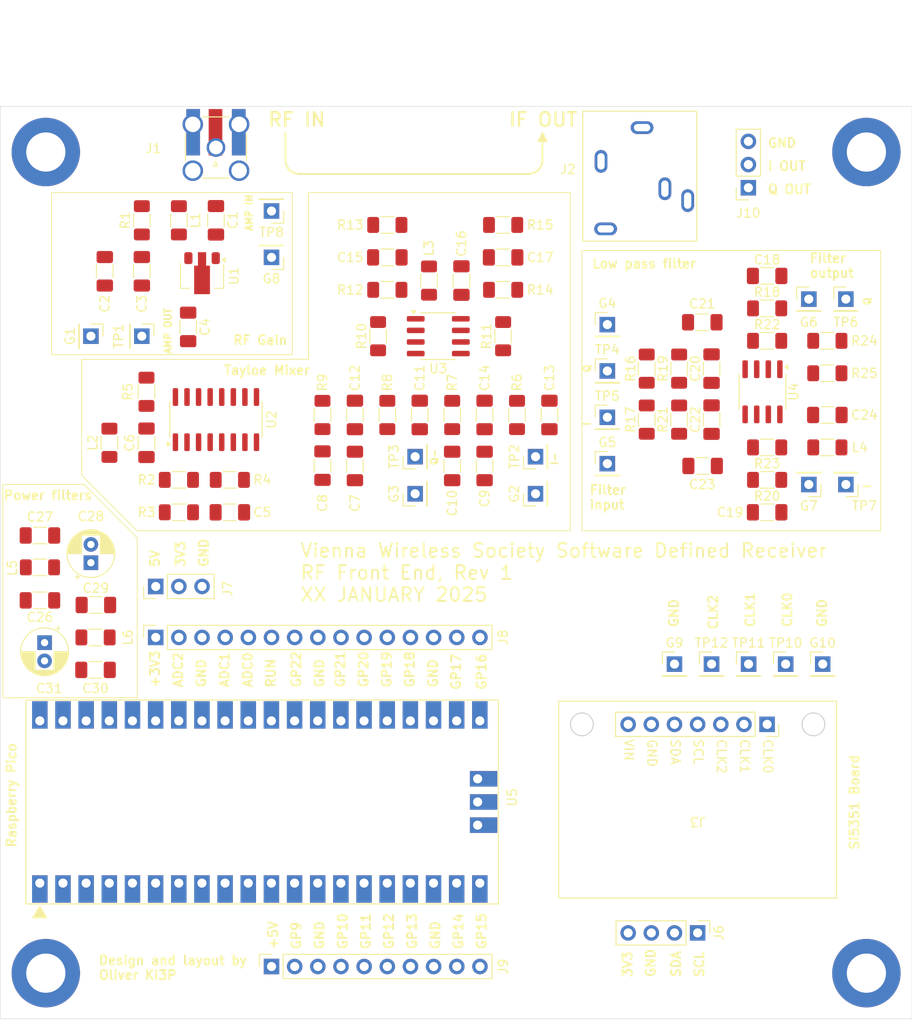
<source format=kicad_pcb>
(kicad_pcb (version 20240108) (generator "pcbnew") (generator_version "8.0")
  (title_block (title "VWS SDR RF Front End") (date "2025-01-09") (rev "Rev1") (comment 1 "Design and layout by Oliver KI3P") (comment 2 "GPLV3"))
  (layers (0 "F.Cu" signal) (1 "In1.Cu" signal) (2 "In2.Cu" signal) (31 "B.Cu" signal) (34 "B.Paste" user) (35 "F.Paste" user) (36 "B.SilkS" user "B.Silkscreen") (37 "F.SilkS" user "F.Silkscreen") (38 "B.Mask" user) (39 "F.Mask" user) (44 "Edge.Cuts" user))
  (net 0 "")
  (net 1 "Net-(J1-In)")
  (net 2 "Net-(C1-Pad2)")
  (net 3 "+5V")
  (net 4 "GND")
  (net 5 "Net-(U2-1A)")
  (net 6 "Net-(C4-Pad1)")
  (net 7 "Net-(C5-Pad2)")
  (net 8 "Net-(U2-VCC)")
  (net 9 "Net-(U2-1B1)")
  (net 10 "Net-(C11-Pad2)")
  (net 11 "Net-(U2-1B4)")
  (net 12 "Net-(C12-Pad2)")
  (net 13 "Net-(U2-1B2)")
  (net 14 "Net-(C13-Pad2)")
  (net 15 "Net-(C10-Pad1)")
  (net 16 "Net-(U2-1B3)")
  (net 17 "Net-(U3C-V+)")
  (net 18 "Net-(C18-Pad2)")
  (net 19 "Net-(C19-Pad2)")
  (net 20 "Net-(U4A-+)")
  (net 21 "Net-(C21-Pad2)")
  (net 22 "Net-(C21-Pad1)")
  (net 23 "Net-(U4B-+)")
  (net 24 "Net-(C23-Pad2)")
  (net 25 "Net-(C23-Pad1)")
  (net 26 "Net-(U4C-V+)")
  (net 27 "Net-(U5-VBUS)")
  (net 28 "Net-(U5-3V3)")
  (net 29 "+3V3")
  (net 31 "/Q_out")
  (net 32 "/I_out")
  (net 34 "/CLK2")
  (net 35 "/SCL")
  (net 36 "/SDA")
  (net 37 "/CLK1")
  (net 38 "/CLK0")
  (net 39 "Net-(J8-Pin_11)")
  (net 40 "Net-(J8-Pin_4)")
  (net 41 "Net-(J8-Pin_2)")
  (net 42 "Net-(J8-Pin_14)")
  (net 43 "Net-(J8-Pin_9)")
  (net 44 "Net-(J8-Pin_10)")
  (net 45 "Net-(J8-Pin_5)")
  (net 46 "Net-(J8-Pin_6)")
  (net 47 "Net-(J9-Pin_2)")
  (net 48 "Net-(J9-Pin_4)")
  (net 49 "Net-(J9-Pin_10)")
  (net 50 "Net-(J9-Pin_5)")
  (net 51 "Net-(J9-Pin_7)")
  (net 52 "Net-(J9-Pin_6)")
  (net 53 "Net-(J9-Pin_9)")
  (net 54 "Net-(L1-Pad1)")
  (net 55 "Net-(U2-1~{OE})")
  (net 56 "Net-(U3B--)")
  (net 57 "Net-(U3B-+)")
  (net 58 "Net-(U3A--)")
  (net 59 "Net-(U3A-+)")
  (net 60 "Net-(R10-Pad2)")
  (net 61 "Net-(R11-Pad2)")
  (net 62 "Net-(U4A--)")
  (net 63 "Net-(U4B--)")
  (net 77 "Net-(J8-Pin_7)")
  (net 78 "Net-(J8-Pin_12)")
  (net 79 "Net-(J8-Pin_15)")
  (footprint "Resistor_SMD:R_1206_3216Metric_Pad1.30x1.75mm_HandSolder" (layer "F.Cu") (at 54.356 100.523113)
    (property "Reference" "L5" (at -3.048 0.060887 90) (layer "F.SilkS"))
    (property "Value" "FB")
    (pad "1" smd roundrect (at -1.55 0) (size 1.3 1.75) (layers "F.Cu" "F.Paste" "F.Mask") (roundrect_rratio 0.192308) (net 27 "Net-(U5-VBUS)"))
    (pad "2" smd roundrect (at 1.55 0) (size 1.3 1.75) (layers "F.Cu" "F.Paste" "F.Mask") (roundrect_rratio 0.192308) (net 3 "+5V"))
  )
  (footprint "VWS-SDR:Raspberry_pico_pin_or_castellation_footprint" (layer "F.Cu") (at 54.342 135.128 90)
    (property "Reference" "U5" (at 9.398 51.816 90) (layer "F.SilkS"))
    (property "Value" "RASPBERRY-PICO")
    (pad "1" thru_hole rect (at 0 0 90) (size 3 1.7) (drill 1 (offset -0.65 0)) (layers "*.Cu" "*.Mask") (net 36 "/SDA"))
    (pad "2" thru_hole rect (at 0 2.54 90) (size 3 1.7) (drill 1 (offset -0.65 0)) (layers "*.Cu" "*.Mask") (net 35 "/SCL"))
    (pad "3" thru_hole rect (at 0 5.08 90) (size 3 1.7) (drill 1 (offset -0.65 0)) (layers "*.Cu" "*.Mask") (net 4 "GND"))
    (pad "4" thru_hole rect (at 0 7.62 90) (size 3 1.7) (drill 1 (offset -0.65 0)) (layers "*.Cu" "*.Mask"))
    (pad "5" thru_hole rect (at 0 10.16 90) (size 3 1.7) (drill 1 (offset -0.65 0)) (layers "*.Cu" "*.Mask"))
    (pad "6" thru_hole rect (at 0 12.7 90) (size 3 1.7) (drill 1 (offset -0.65 0)) (layers "*.Cu" "*.Mask"))
    (pad "7" thru_hole rect (at 0 15.24 90) (size 3 1.7) (drill 1 (offset -0.65 0)) (layers "*.Cu" "*.Mask"))
    (pad "8" thru_hole rect (at 0 17.78 90) (size 3 1.7) (drill 1 (offset -0.65 0)) (layers "*.Cu" "*.Mask") (net 4 "GND"))
    (pad "9" thru_hole rect (at 0 20.32 90) (size 3 1.7) (drill 1 (offset -0.65 0)) (layers "*.Cu" "*.Mask"))
    (pad "10" thru_hole rect (at 0 22.86 90) (size 3 1.7) (drill 1 (offset -0.65 0)) (layers "*.Cu" "*.Mask"))
    (pad "11" thru_hole rect (at 0 25.4 90) (size 3 1.7) (drill 1 (offset -0.65 0)) (layers "*.Cu" "*.Mask"))
    (pad "12" thru_hole rect (at 0 27.94 90) (size 3 1.7) (drill 1 (offset -0.65 0)) (layers "*.Cu" "*.Mask") (net 47 "Net-(J9-Pin_2)"))
    (pad "13" thru_hole rect (at 0 30.48 90) (size 3 1.7) (drill 1 (offset -0.65 0)) (layers "*.Cu" "*.Mask") (net 4 "GND"))
    (pad "14" thru_hole rect (at 0 33.02 90) (size 3 1.7) (drill 1 (offset -0.65 0)) (layers "*.Cu" "*.Mask") (net 48 "Net-(J9-Pin_4)"))
    (pad "15" thru_hole rect (at 0 35.56 90) (size 3 1.7) (drill 1 (offset -0.65 0)) (layers "*.Cu" "*.Mask") (net 50 "Net-(J9-Pin_5)"))
    (pad "16" thru_hole rect (at 0 38.1 90) (size 3 1.7) (drill 1 (offset -0.65 0)) (layers "*.Cu" "*.Mask") (net 52 "Net-(J9-Pin_6)"))
    (pad "17" thru_hole rect (at 0 40.64 90) (size 3 1.7) (drill 1 (offset -0.65 0)) (layers "*.Cu" "*.Mask") (net 51 "Net-(J9-Pin_7)"))
    (pad "18" thru_hole rect (at 0 43.18 90) (size 3 1.7) (drill 1 (offset -0.65 0)) (layers "*.Cu" "*.Mask") (net 4 "GND"))
    (pad "19" thru_hole rect (at 0 45.72 90) (size 3 1.7) (drill 1 (offset -0.65 0)) (layers "*.Cu" "*.Mask") (net 53 "Net-(J9-Pin_9)"))
    (pad "20" thru_hole rect (at 0 48.26 90) (size 3 1.7) (drill 1 (offset -0.65 0)) (layers "*.Cu" "*.Mask") (net 49 "Net-(J9-Pin_10)"))
    (pad "21" thru_hole rect (at 17.78 48.26 90) (size 3 1.7) (drill 1 (offset 0.65 0)) (layers "*.Cu" "*.Mask") (net 79 "Net-(J8-Pin_15)"))
    (pad "22" thru_hole rect (at 17.78 45.72 90) (size 3 1.7) (drill 1 (offset 0.65 0)) (layers "*.Cu" "*.Mask") (net 42 "Net-(J8-Pin_14)"))
    (pad "23" thru_hole rect (at 17.78 43.18 90) (size 3 1.7) (drill 1 (offset 0.65 0)) (layers "*.Cu" "*.Mask") (net 4 "GND"))
    (pad "24" thru_hole rect (at 17.78 40.64 90) (size 3 1.7) (drill 1 (offset 0.65 0)) (layers "*.Cu" "*.Mask") (net 78 "Net-(J8-Pin_12)"))
    (pad "25" thru_hole rect (at 17.78 38.1 90) (size 3 1.7) (drill 1 (offset 0.65 0)) (layers "*.Cu" "*.Mask") (net 39 "Net-(J8-Pin_11)"))
    (pad "26" thru_hole rect (at 17.78 35.56 90) (size 3 1.7) (drill 1 (offset 0.65 0)) (layers "*.Cu" "*.Mask") (net 44 "Net-(J8-Pin_10)"))
    (pad "27" thru_hole rect (at 17.78 33.02 90) (size 3 1.7) (drill 1 (offset 0.65 0)) (layers "*.Cu" "*.Mask") (net 43 "Net-(J8-Pin_9)"))
    (pad "28" thru_hole rect (at 17.78 30.48 90) (size 3 1.7) (drill 1 (offset 0.65 0)) (layers "*.Cu" "*.Mask") (net 4 "GND"))
    (pad "29" thru_hole rect (at 17.78 27.94 90) (size 3 1.7) (drill 1 (offset 0.65 0)) (layers "*.Cu" "*.Mask") (net 77 "Net-(J8-Pin_7)"))
    (pad "30" thru_hole rect (at 17.78 25.4 90) (size 3 1.7) (drill 1 (offset 0.65 0)) (layers "*.Cu" "*.Mask") (net 46 "Net-(J8-Pin_6)"))
    (pad "31" thru_hole rect (at 17.78 22.86 90) (size 3 1.7) (drill 1 (offset 0.65 0)) (layers "*.Cu" "*.Mask") (net 45 "Net-(J8-Pin_5)"))
    (pad "32" thru_hole rect (at 17.78 20.32 90) (size 3 1.7) (drill 1 (offset 0.65 0)) (layers "*.Cu" "*.Mask") (net 40 "Net-(J8-Pin_4)"))
    (pad "33" thru_hole rect (at 17.78 17.78 90) (size 3 1.7) (drill 1 (offset 0.65 0)) (layers "*.Cu" "*.Mask") (net 4 "GND"))
    (pad "34" thru_hole rect (at 17.78 15.24 90) (size 3 1.7) (drill 1 (offset 0.65 0)) (layers "*.Cu" "*.Mask") (net 41 "Net-(J8-Pin_2)"))
    (pad "35" thru_hole rect (at 17.78 12.7 90) (size 3 1.7) (drill 1 (offset 0.65 0)) (layers "*.Cu" "*.Mask"))
    (pad "36" thru_hole rect (at 17.78 10.16 90) (size 3 1.7) (drill 1 (offset 0.65 0)) (layers "*.Cu" "*.Mask") (net 28 "Net-(U5-3V3)"))
    (pad "37" thru_hole rect (at 17.78 7.62 90) (size 3 1.7) (drill 1 (offset 0.65 0)) (layers "*.Cu" "*.Mask"))
    (pad "38" thru_hole rect (at 17.78 5.08 90) (size 3 1.7) (drill 1 (offset 0.65 0)) (layers "*.Cu" "*.Mask") (net 4 "GND"))
    (pad "39" thru_hole rect (at 17.78 2.54 90) (size 3 1.7) (drill 1 (offset 0.65 0)) (layers "*.Cu" "*.Mask"))
    (pad "40" thru_hole rect (at 17.78 0 90) (size 3 1.7) (drill 1 (offset 0.65 0)) (layers "*.Cu" "*.Mask") (net 27 "Net-(U5-VBUS)"))
    (pad "CLK" thru_hole rect (at 6.35 48.02 180) (size 3 1.7) (drill 1 (offset -0.65 0)) (layers "*.Cu" "*.Mask"))
    (pad "GND" thru_hole rect (at 8.89 48.02 180) (size 3 1.7) (drill 1 (offset -0.65 0)) (layers "*.Cu" "*.Mask"))
    (pad "IO" thru_hole rect (at 11.43 48.02 180) (size 3 1.7) (drill 1 (offset -0.65 0)) (layers "*.Cu" "*.Mask"))
  )
  (footprint "Connector_PinHeader_2.54mm:PinHeader_1x01_P2.54mm_Vertical" (layer "F.Cu") (at 79.756 61.468 180)
    (property "Reference" "TP8" (at 0 -2.33 360) (layer "F.SilkS"))
    (property "Value" "TestPoint")
    (pad "1" thru_hole rect (at 0 0 180) (size 1.7 1.7) (drill 1) (layers "*.Cu" "*.Mask") (net 1 "Net-(J1-In)"))
  )
  (footprint "Capacitor_SMD:C_1206_3216Metric_Pad1.33x1.80mm_HandSolder" (layer "F.Cu") (at 70.612 74.168 -90)
    (property "Reference" "C4" (at 0 -1.85 90) (layer "F.SilkS"))
    (property "Value" "0.1uF")
    (pad "1" smd roundrect (at -1.5625 0 270) (size 1.325 1.8) (layers "F.Cu" "F.Paste" "F.Mask") (roundrect_rratio 0.188679) (net 6 "Net-(C4-Pad1)"))
    (pad "2" smd roundrect (at 1.5625 0 270) (size 1.325 1.8) (layers "F.Cu" "F.Paste" "F.Mask") (roundrect_rratio 0.188679) (net 5 "Net-(U2-1A)"))
  )
  (footprint "Connector_PinHeader_2.54mm:PinHeader_1x01_P2.54mm_Vertical" (layer "F.Cu") (at 142.748 91.44 180)
    (property "Reference" "TP7" (at -2.032 -2.33 360) (layer "F.SilkS"))
    (property "Value" "TestPoint")
    (pad "1" thru_hole rect (at 0 0 180) (size 1.7 1.7) (drill 1) (layers "*.Cu" "*.Mask") (net 32 "/I_out"))
  )
  (footprint "Capacitor_SMD:C_1206_3216Metric_Pad1.33x1.80mm_HandSolder" (layer "F.Cu") (at 85.344 89.3695 -90)
    (property "Reference" "C8" (at 4.1025 0 90) (layer "F.SilkS"))
    (property "Value" "1uF")
    (pad "1" smd roundrect (at -1.5625 0 270) (size 1.325 1.8) (layers "F.Cu" "F.Paste" "F.Mask") (roundrect_rratio 0.188679) (net 12 "Net-(C12-Pad2)"))
    (pad "2" smd roundrect (at 1.5625 0 270) (size 1.325 1.8) (layers "F.Cu" "F.Paste" "F.Mask") (roundrect_rratio 0.188679) (net 11 "Net-(U2-1B4)"))
  )
  (footprint "Resistor_SMD:R_1206_3216Metric_Pad1.30x1.75mm_HandSolder" (layer "F.Cu") (at 106.68 83.82 90)
    (property "Reference" "R6" (at 3.556 0 90) (layer "F.SilkS"))
    (property "Value" "100R")
    (pad "1" smd roundrect (at -1.55 0 90) (size 1.3 1.75) (layers "F.Cu" "F.Paste" "F.Mask") (roundrect_rratio 0.192308) (net 14 "Net-(C13-Pad2)"))
    (pad "2" smd roundrect (at 1.55 0 90) (size 1.3 1.75) (layers "F.Cu" "F.Paste" "F.Mask") (roundrect_rratio 0.192308) (net 56 "Net-(U3B--)"))
  )
  (footprint "Resistor_SMD:R_1206_3216Metric_Pad1.30x1.75mm_HandSolder" (layer "F.Cu") (at 120.904 84.328 -90)
    (property "Reference" "R17" (at 0 1.778 90) (layer "F.SilkS"))
    (property "Value" "5k1")
    (pad "1" smd roundrect (at -1.55 0 270) (size 1.3 1.75) (layers "F.Cu" "F.Paste" "F.Mask") (roundrect_rratio 0.192308) (net 61 "Net-(R11-Pad2)"))
    (pad "2" smd roundrect (at 1.55 0 270) (size 1.3 1.75) (layers "F.Cu" "F.Paste" "F.Mask") (roundrect_rratio 0.192308) (net 24 "Net-(C23-Pad2)"))
  )
  (footprint "Resistor_SMD:R_1206_3216Metric_Pad1.30x1.75mm_HandSolder" (layer "F.Cu") (at 69.596 94.488 180)
    (property "Reference" "R3" (at 3.556 0 360) (layer "F.SilkS"))
    (property "Value" "510R")
    (pad "1" smd roundrect (at -1.55 0 180) (size 1.3 1.75) (layers "F.Cu" "F.Paste" "F.Mask") (roundrect_rratio 0.192308) (net 7 "Net-(C5-Pad2)"))
    (pad "2" smd roundrect (at 1.55 0 180) (size 1.3 1.75) (layers "F.Cu" "F.Paste" "F.Mask") (roundrect_rratio 0.192308) (net 4 "GND"))
  )
  (footprint "Package_SO:SOIC-16_3.9x9.9mm_P1.27mm" (layer "F.Cu") (at 73.66 84.328 90)
    (property "Reference" "U2" (at 0 6.096 90) (layer "F.SilkS"))
    (property "Value" "74CBTLV3253DR")
    (pad "1" smd roundrect (at -2.475 -4.445 90) (size 1.95 0.6) (layers "F.Cu" "F.Paste" "F.Mask") (net 55 "Net-(U2-1~{OE})"))
    (pad "2" smd roundrect (at -2.475 -3.175 90) (size 1.95 0.6) (layers "F.Cu" "F.Paste" "F.Mask") (net 38 "/CLK0"))
    (pad "3" smd roundrect (at -2.475 -1.905 90) (size 1.95 0.6) (layers "F.Cu" "F.Paste" "F.Mask") (net 11 "Net-(U2-1B4)"))
    (pad "4" smd roundrect (at -2.475 -0.635 90) (size 1.95 0.6) (layers "F.Cu" "F.Paste" "F.Mask") (net 16 "Net-(U2-1B3)"))
    (pad "5" smd roundrect (at -2.475 0.635 90) (size 1.95 0.6) (layers "F.Cu" "F.Paste" "F.Mask") (net 13 "Net-(U2-1B2)"))
    (pad "6" smd roundrect (at -2.475 1.905 90) (size 1.95 0.6) (layers "F.Cu" "F.Paste" "F.Mask") (net 9 "Net-(U2-1B1)"))
    (pad "7" smd roundrect (at -2.475 3.175 90) (size 1.95 0.6) (layers "F.Cu" "F.Paste" "F.Mask") (net 5 "Net-(U2-1A)"))
    (pad "8" smd roundrect (at -2.475 4.445 90) (size 1.95 0.6) (layers "F.Cu" "F.Paste" "F.Mask") (net 4 "GND"))
    (pad "9" smd roundrect (at 2.475 4.445 90) (size 1.95 0.6) (layers "F.Cu" "F.Paste" "F.Mask") (net 5 "Net-(U2-1A)"))
    (pad "10" smd roundrect (at 2.475 3.175 90) (size 1.95 0.6) (layers "F.Cu" "F.Paste" "F.Mask") (net 9 "Net-(U2-1B1)"))
    (pad "11" smd roundrect (at 2.475 1.905 90) (size 1.95 0.6) (layers "F.Cu" "F.Paste" "F.Mask") (net 13 "Net-(U2-1B2)"))
    (pad "12" smd roundrect (at 2.475 0.635 90) (size 1.95 0.6) (layers "F.Cu" "F.Paste" "F.Mask") (net 16 "Net-(U2-1B3)"))
    (pad "13" smd roundrect (at 2.475 -0.635 90) (size 1.95 0.6) (layers "F.Cu" "F.Paste" "F.Mask") (net 11 "Net-(U2-1B4)"))
    (pad "14" smd roundrect (at 2.475 -1.905 90) (size 1.95 0.6) (layers "F.Cu" "F.Paste" "F.Mask") (net 37 "/CLK1"))
    (pad "15" smd roundrect (at 2.475 -3.175 90) (size 1.95 0.6) (layers "F.Cu" "F.Paste" "F.Mask") (net 55 "Net-(U2-1~{OE})"))
    (pad "16" smd roundrect (at 2.475 -4.445 90) (size 1.95 0.6) (layers "F.Cu" "F.Paste" "F.Mask") (net 8 "Net-(U2-VCC)"))
  )
  (footprint "Resistor_SMD:R_1206_3216Metric_Pad1.30x1.75mm_HandSolder" (layer "F.Cu") (at 120.904 78.74 -90)
    (property "Reference" "R16" (at 0 1.778 90) (layer "F.SilkS"))
    (property "Value" "5k1")
    (pad "1" smd roundrect (at -1.55 0 270) (size 1.3 1.75) (layers "F.Cu" "F.Paste" "F.Mask") (roundrect_rratio 0.192308) (net 60 "Net-(R10-Pad2)"))
    (pad "2" smd roundrect (at 1.55 0 270) (size 1.3 1.75) (layers "F.Cu" "F.Paste" "F.Mask") (roundrect_rratio 0.192308) (net 21 "Net-(C21-Pad2)"))
  )
  (footprint "Resistor_SMD:R_1206_3216Metric_Pad1.30x1.75mm_HandSolder" (layer "F.Cu") (at 97.028 69.088 90)
    (property "Reference" "L3" (at 3.556 0 90) (layer "F.SilkS"))
    (property "Value" "FB")
    (pad "1" smd roundrect (at -1.55 0 90) (size 1.3 1.75) (layers "F.Cu" "F.Paste" "F.Mask") (roundrect_rratio 0.192308) (net 17 "Net-(U3C-V+)"))
    (pad "2" smd roundrect (at 1.55 0 90) (size 1.3 1.75) (layers "F.Cu" "F.Paste" "F.Mask") (roundrect_rratio 0.192308) (net 3 "+5V"))
  )
  (footprint "Capacitor_SMD:C_1206_3216Metric_Pad1.33x1.80mm_HandSolder" (layer "F.Cu") (at 66.04 86.868 90)
    (property "Reference" "C6" (at 0 -1.85 90) (layer "F.SilkS"))
    (property "Value" "0.1uF")
    (pad "1" smd roundrect (at -1.5625 0 90) (size 1.325 1.8) (layers "F.Cu" "F.Paste" "F.Mask") (roundrect_rratio 0.188679) (net 4 "GND"))
    (pad "2" smd roundrect (at 1.5625 0 90) (size 1.325 1.8) (layers "F.Cu" "F.Paste" "F.Mask") (roundrect_rratio 0.188679) (net 8 "Net-(U2-VCC)"))
  )
  (footprint "Resistor_SMD:R_1206_3216Metric_Pad1.30x1.75mm_HandSolder" (layer "F.Cu") (at 105.156 70.104)
    (property "Reference" "R14" (at 4.064 0 360) (layer "F.SilkS"))
    (property "Value" "10k")
    (pad "1" smd roundrect (at -1.55 0) (size 1.3 1.75) (layers "F.Cu" "F.Paste" "F.Mask") (roundrect_rratio 0.192308) (net 17 "Net-(U3C-V+)"))
    (pad "2" smd roundrect (at 1.55 0) (size 1.3 1.75) (layers "F.Cu" "F.Paste" "F.Mask") (roundrect_rratio 0.192308) (net 57 "Net-(U3B-+)"))
  )
  (footprint "Resistor_SMD:R_1206_3216Metric_Pad1.30x1.75mm_HandSolder" (layer "F.Cu") (at 124.46 78.74 90)
    (property "Reference" "R19" (at 0 -1.778 90) (layer "F.SilkS"))
    (property "Value" "5k1")
    (pad "1" smd roundrect (at -1.55 0 90) (size 1.3 1.75) (layers "F.Cu" "F.Paste" "F.Mask") (roundrect_rratio 0.192308) (net 21 "Net-(C21-Pad2)"))
    (pad "2" smd roundrect (at 1.55 0 90) (size 1.3 1.75) (layers "F.Cu" "F.Paste" "F.Mask") (roundrect_rratio 0.192308) (net 20 "Net-(U4A-+)"))
  )
  (footprint "Resistor_SMD:R_1206_3216Metric_Pad1.30x1.75mm_HandSolder" (layer "F.Cu") (at 69.596 90.932)
    (property "Reference" "R2" (at -3.556 0 0) (layer "F.SilkS"))
    (property "Value" "510R")
    (pad "1" smd roundrect (at -1.55 0) (size 1.3 1.75) (layers "F.Cu" "F.Paste" "F.Mask") (roundrect_rratio 0.192308) (net 29 "+3V3"))
    (pad "2" smd roundrect (at 1.55 0) (size 1.3 1.75) (layers "F.Cu" "F.Paste" "F.Mask") (roundrect_rratio 0.192308) (net 7 "Net-(C5-Pad2)"))
  )
  (footprint "Connector_PinHeader_2.54mm:PinHeader_1x01_P2.54mm_Vertical" (layer "F.Cu") (at 136.144 111.125)
    (property "Reference" "TP10" (at 0 -2.33 0) (layer "F.SilkS"))
    (property "Value" "TestPoint")
    (pad "1" thru_hole rect (at 0 0) (size 1.7 1.7) (drill 1) (layers "*.Cu" "*.Mask") (net 38 "/CLK0"))
  )
  (footprint "Connector_PinHeader_2.54mm:PinHeader_1x01_P2.54mm_Vertical" (layer "F.Cu") (at 116.586 84.074)
    (property "Reference" "TP5" (at 0 -2.33 360) (layer "F.SilkS"))
    (property "Value" "TestPoint")
    (pad "1" thru_hole rect (at 0 0) (size 1.7 1.7) (drill 1) (layers "*.Cu" "*.Mask") (net 61 "Net-(R11-Pad2)"))
  )
  (footprint "Capacitor_SMD:C_1206_3216Metric_Pad1.33x1.80mm_HandSolder" (layer "F.Cu") (at 75.184 94.488 180)
    (property "Reference" "C5" (at -3.556 0 360) (layer "F.SilkS"))
    (property "Value" "0.1uF")
    (pad "1" smd roundrect (at -1.5625 0 180) (size 1.325 1.8) (layers "F.Cu" "F.Paste" "F.Mask") (roundrect_rratio 0.188679) (net 4 "GND"))
    (pad "2" smd roundrect (at 1.5625 0 180) (size 1.325 1.8) (layers "F.Cu" "F.Paste" "F.Mask") (roundrect_rratio 0.188679) (net 7 "Net-(C5-Pad2)"))
  )
  (footprint "Connector_PinHeader_2.54mm:PinHeader_1x01_P2.54mm_Vertical" (layer "F.Cu") (at 138.684 71.12)
    (property "Reference" "G6" (at 0 2.54 360) (layer "F.SilkS"))
    (property "Value" "TestPoint")
    (pad "1" thru_hole rect (at 0 0) (size 1.7 1.7) (drill 1) (layers "*.Cu" "*.Mask") (net 4 "GND"))
  )
  (footprint "Resistor_SMD:R_1206_3216Metric_Pad1.30x1.75mm_HandSolder" (layer "F.Cu") (at 92.456 83.82 90)
    (property "Reference" "R8" (at 3.556 0 90) (layer "F.SilkS"))
    (property "Value" "100R")
    (pad "1" smd roundrect (at -1.55 0 90) (size 1.3 1.75) (layers "F.Cu" "F.Paste" "F.Mask") (roundrect_rratio 0.192308) (net 10 "Net-(C11-Pad2)"))
    (pad "2" smd roundrect (at 1.55 0 90) (size 1.3 1.75) (layers "F.Cu" "F.Paste" "F.Mask") (roundrect_rratio 0.192308) (net 58 "Net-(U3A--)"))
  )
  (footprint "Connector_PinSocket_2.54mm:PinSocket_1x10_P2.54mm_Vertical" (layer "F.Cu") (at 79.756 144.272 90)
    (property "Reference" "J9" (at 0 25.4 90) (layer "F.SilkS"))
    (property "Value" "GPIO Breakout")
    (pad "1" thru_hole rect (at 0 0 90) (size 1.7 1.7) (drill 1) (layers "*.Cu" "*.Mask") (net 3 "+5V"))
    (pad "2" thru_hole oval (at 0 2.54 90) (size 1.7 1.7) (drill 1) (layers "*.Cu" "*.Mask") (net 47 "Net-(J9-Pin_2)"))
    (pad "3" thru_hole oval (at 0 5.08 90) (size 1.7 1.7) (drill 1) (layers "*.Cu" "*.Mask") (net 4 "GND"))
    (pad "4" thru_hole oval (at 0 7.62 90) (size 1.7 1.7) (drill 1) (layers "*.Cu" "*.Mask") (net 48 "Net-(J9-Pin_4)"))
    (pad "5" thru_hole oval (at 0 10.16 90) (size 1.7 1.7) (drill 1) (layers "*.Cu" "*.Mask") (net 50 "Net-(J9-Pin_5)"))
    (pad "6" thru_hole oval (at 0 12.7 90) (size 1.7 1.7) (drill 1) (layers "*.Cu" "*.Mask") (net 52 "Net-(J9-Pin_6)"))
    (pad "7" thru_hole oval (at 0 15.24 90) (size 1.7 1.7) (drill 1) (layers "*.Cu" "*.Mask") (net 51 "Net-(J9-Pin_7)"))
    (pad "8" thru_hole oval (at 0 17.78 90) (size 1.7 1.7) (drill 1) (layers "*.Cu" "*.Mask") (net 4 "GND"))
    (pad "9" thru_hole oval (at 0 20.32 90) (size 1.7 1.7) (drill 1) (layers "*.Cu" "*.Mask") (net 53 "Net-(J9-Pin_9)"))
    (pad "10" thru_hole oval (at 0 22.86 90) (size 1.7 1.7) (drill 1) (layers "*.Cu" "*.Mask") (net 49 "Net-(J9-Pin_10)"))
  )
  (footprint "Resistor_SMD:R_1206_3216Metric_Pad1.30x1.75mm_HandSolder" (layer "F.Cu") (at 134.112 87.376)
    (property "Reference" "R23" (at 0 1.778 360) (layer "F.SilkS"))
    (property "Value" "5k1")
    (pad "1" smd roundrect (at -1.55 0) (size 1.3 1.75) (layers "F.Cu" "F.Paste" "F.Mask") (roundrect_rratio 0.192308) (net 63 "Net-(U4B--)"))
    (pad "2" smd roundrect (at 1.55 0) (size 1.3 1.75) (layers "F.Cu" "F.Paste" "F.Mask") (roundrect_rratio 0.192308) (net 25 "Net-(C23-Pad1)"))
  )
  (footprint "Connector_PinHeader_2.54mm:PinHeader_1x01_P2.54mm_Vertical" (layer "F.Cu") (at 128.016 111.125)
    (property "Reference" "TP12" (at 0 -2.33 0) (layer "F.SilkS"))
    (property "Value" "TestPoint")
    (pad "1" thru_hole rect (at 0 0) (size 1.7 1.7) (drill 1) (layers "*.Cu" "*.Mask") (net 34 "/CLK2"))
  )
  (footprint "Package_TO_SOT_SMD:SOT-89-3" (layer "F.Cu") (at 72.136 68.58 -90)
    (property "Reference" "U1" (at 0 -3.5 90) (layer "F.SilkS"))
    (property "Value" "GALI-S66")
    (pad "1" smd roundrect (at -1.95 -1.5 270) (size 1.3 0.9) (layers "F.Cu" "F.Paste" "F.Mask") (net 2 "Net-(C1-Pad2)"))
    (pad "2" smd custom (at -1.8625 0 270) (size 1.475 0.9) (layers "F.Cu" "F.Paste" "F.Mask") (net 4 "GND") (options (clearance outline) (anchor rect)) (primitives (gr_poly (pts (xy 3.8625 0.8665) (xy 0.7375 0.8665) (xy 0.7375 -0.8665) (xy 3.8625 -0.8665)) (width 0) (fill yes))))
    (pad "3" smd roundrect (at -1.95 1.5 270) (size 1.3 0.9) (layers "F.Cu" "F.Paste" "F.Mask") (net 6 "Net-(C4-Pad1)"))
  )
  (footprint "Resistor_SMD:R_1206_3216Metric_Pad1.30x1.75mm_HandSolder" (layer "F.Cu") (at 60.452 108.204 180)
    (property "Reference" "L6" (at -3.556 0 90) (layer "F.SilkS"))
    (property "Value" "FB")
    (pad "1" smd roundrect (at -1.55 0 180) (size 1.3 1.75) (layers "F.Cu" "F.Paste" "F.Mask") (roundrect_rratio 0.192308) (net 28 "Net-(U5-3V3)"))
    (pad "2" smd roundrect (at 1.55 0 180) (size 1.3 1.75) (layers "F.Cu" "F.Paste" "F.Mask") (roundrect_rratio 0.192308) (net 29 "+3V3"))
  )
  (footprint "MountingHole:MountingHole_4.3mm_M4_DIN965_Pad" (layer "F.Cu") (at 55 145)
    (property "Reference" "H3" (hide yes))
    (property "Value" "~")
    (pad "1" thru_hole circle (at 0 0) (size 7.5 7.5) (drill 4.3) (layers "*.Cu" "*.Mask") (net 4 "GND"))
  )
  (footprint "Capacitor_SMD:C_1206_3216Metric_Pad1.33x1.80mm_HandSolder" (layer "F.Cu") (at 134.112 94.488)
    (property "Reference" "C19" (at -4.064 0 360) (layer "F.SilkS"))
    (property "Value" "10uF")
    (pad "1" smd roundrect (at -1.5625 0) (size 1.325 1.8) (layers "F.Cu" "F.Paste" "F.Mask") (roundrect_rratio 0.188679) (net 4 "GND"))
    (pad "2" smd roundrect (at 1.5625 0) (size 1.325 1.8) (layers "F.Cu" "F.Paste" "F.Mask") (roundrect_rratio 0.188679) (net 19 "Net-(C19-Pad2)"))
  )
  (footprint "Capacitor_SMD:C_1206_3216Metric_Pad1.33x1.80mm_HandSolder" (layer "F.Cu") (at 73.66 62.484 -90)
    (property "Reference" "C1" (at 0 -1.85 90) (layer "F.SilkS"))
    (property "Value" "0.1uF")
    (pad "1" smd roundrect (at -1.5625 0 270) (size 1.325 1.8) (layers "F.Cu" "F.Paste" "F.Mask") (roundrect_rratio 0.188679) (net 1 "Net-(J1-In)"))
    (pad "2" smd roundrect (at 1.5625 0 270) (size 1.325 1.8) (layers "F.Cu" "F.Paste" "F.Mask") (roundrect_rratio 0.188679) (net 2 "Net-(C1-Pad2)"))
  )
  (footprint "Capacitor_SMD:C_1206_3216Metric_Pad1.33x1.80mm_HandSolder" (layer "F.Cu") (at 128.016 84.328 90)
    (property "Reference" "C22" (at 0 -1.778 90) (layer "F.SilkS"))
    (property "Value" "180pF")
    (pad "1" smd roundrect (at -1.5625 0 90) (size 1.325 1.8) (layers "F.Cu" "F.Paste" "F.Mask") (roundrect_rratio 0.188679) (net 4 "GND"))
    (pad "2" smd roundrect (at 1.5625 0 90) (size 1.325 1.8) (layers "F.Cu" "F.Paste" "F.Mask") (roundrect_rratio 0.188679) (net 23 "Net-(U4B-+)"))
  )
  (footprint "Capacitor_SMD:C_1206_3216Metric_Pad1.33x1.80mm_HandSolder" (layer "F.Cu") (at 134.112 68.58)
    (property "Reference" "C18" (at 0 -1.778 360) (layer "F.SilkS"))
    (property "Value" "10uF")
    (pad "1" smd roundrect (at -1.5625 0) (size 1.325 1.8) (layers "F.Cu" "F.Paste" "F.Mask") (roundrect_rratio 0.188679) (net 4 "GND"))
    (pad "2" smd roundrect (at 1.5625 0) (size 1.325 1.8) (layers "F.Cu" "F.Paste" "F.Mask") (roundrect_rratio 0.188679) (net 18 "Net-(C18-Pad2)"))
  )
  (footprint "Connector_PinHeader_2.54mm:PinHeader_1x03_P2.54mm_Vertical" (layer "F.Cu") (at 67.056 102.616 90)
    (property "Reference" "J7" (at -0.254 7.874 90) (layer "F.SilkS"))
    (property "Value" "Power breakout")
    (pad "1" thru_hole rect (at 0 0 90) (size 1.7 1.7) (drill 1) (layers "*.Cu" "*.Mask") (net 3 "+5V"))
    (pad "2" thru_hole oval (at 0 2.54 90) (size 1.7 1.7) (drill 1) (layers "*.Cu" "*.Mask") (net 29 "+3V3"))
    (pad "3" thru_hole oval (at 0 5.08 90) (size 1.7 1.7) (drill 1) (layers "*.Cu" "*.Mask") (net 4 "GND"))
  )
  (footprint "Connector_PinHeader_2.54mm:PinHeader_1x01_P2.54mm_Vertical" (layer "F.Cu") (at 116.586 78.994)
    (property "Reference" "TP4" (at 0 -2.33 360) (layer "F.SilkS"))
    (property "Value" "TestPoint")
    (pad "1" thru_hole rect (at 0 0) (size 1.7 1.7) (drill 1) (layers "*.Cu" "*.Mask") (net 60 "Net-(R10-Pad2)"))
  )
  (footprint "Connector_PinHeader_2.54mm:PinHeader_1x01_P2.54mm_Vertical" (layer "F.Cu") (at 108.712 88.392 90)
    (property "Reference" "TP2" (at 0 -2.33 90) (layer "F.SilkS"))
    (property "Value" "TestPoint")
    (pad "1" thru_hole rect (at 0 0 90) (size 1.7 1.7) (drill 1) (layers "*.Cu" "*.Mask") (net 14 "Net-(C13-Pad2)"))
  )
  (footprint "VWS-SDR:Jack_3.5mm_STX-3081_Horizontal" (layer "F.Cu") (at 120.396 52.324 180)
    (property "Reference" "J2" (at 8.128 -4.572 180) (layer "F.SilkS"))
    (property "Value" "IQ_Out")
    (pad "R" thru_hole oval (at -5 -8 270) (size 2.5 1.4) (drill oval 1.8 0.8) (layers "*.Cu" "*.Mask") (net 31 "/Q_out"))
    (pad "RN" thru_hole oval (at -2.5 -6.7 270) (size 2.5 1.4) (drill oval 1.8 0.8) (layers "*.Cu" "*.Mask"))
    (pad "S" thru_hole oval (at 0 0 180) (size 2.5 1.4) (drill oval 1.8 0.8) (layers "*.Cu" "*.Mask") (net 4 "GND"))
    (pad "T" thru_hole oval (at 4.5 -3.7 270) (size 2.5 1.4) (drill oval 1.8 0.8) (layers "*.Cu" "*.Mask") (net 32 "/I_out"))
    (pad "TN" thru_hole oval (at 4 -11.1 180) (size 2.5 1.4) (drill oval 1.8 0.8) (layers "*.Cu" "*.Mask"))
  )
  (footprint "Connector_PinSocket_2.54mm:PinSocket_1x15_P2.54mm_Vertical" (layer "F.Cu") (at 67.056 108.204 90)
    (property "Reference" "J8" (at 0 38.1 90) (layer "F.SilkS"))
    (property "Value" "GPIO Breakout")
    (pad "1" thru_hole rect (at 0 0 90) (size 1.7 1.7) (drill 1) (layers "*.Cu" "*.Mask") (net 29 "+3V3"))
    (pad "2" thru_hole oval (at 0 2.54 90) (size 1.7 1.7) (drill 1) (layers "*.Cu" "*.Mask") (net 41 "Net-(J8-Pin_2)"))
    (pad "3" thru_hole oval (at 0 5.08 90) (size 1.7 1.7) (drill 1) (layers "*.Cu" "*.Mask") (net 4 "GND"))
    (pad "4" thru_hole oval (at 0 7.62 90) (size 1.7 1.7) (drill 1) (layers "*.Cu" "*.Mask") (net 40 "Net-(J8-Pin_4)"))
    (pad "5" thru_hole oval (at 0 10.16 90) (size 1.7 1.7) (drill 1) (layers "*.Cu" "*.Mask") (net 45 "Net-(J8-Pin_5)"))
    (pad "6" thru_hole oval (at 0 12.7 90) (size 1.7 1.7) (drill 1) (layers "*.Cu" "*.Mask") (net 46 "Net-(J8-Pin_6)"))
    (pad "7" thru_hole oval (at 0 15.24 90) (size 1.7 1.7) (drill 1) (layers "*.Cu" "*.Mask") (net 77 "Net-(J8-Pin_7)"))
    (pad "8" thru_hole oval (at 0 17.78 90) (size 1.7 1.7) (drill 1) (layers "*.Cu" "*.Mask") (net 4 "GND"))
    (pad "9" thru_hole oval (at 0 20.32 90) (size 1.7 1.7) (drill 1) (layers "*.Cu" "*.Mask") (net 43 "Net-(J8-Pin_9)"))
    (pad "10" thru_hole oval (at 0 22.86 90) (size 1.7 1.7) (drill 1) (layers "*.Cu" "*.Mask") (net 44 "Net-(J8-Pin_10)"))
    (pad "11" thru_hole oval (at 0 25.4 90) (size 1.7 1.7) (drill 1) (layers "*.Cu" "*.Mask") (net 39 "Net-(J8-Pin_11)"))
    (pad "12" thru_hole oval (at 0 27.94 90) (size 1.7 1.7) (drill 1) (layers "*.Cu" "*.Mask") (net 78 "Net-(J8-Pin_12)"))
    (pad "13" thru_hole oval (at 0 30.48 90) (size 1.7 1.7) (drill 1) (layers "*.Cu" "*.Mask") (net 4 "GND"))
    (pad "14" thru_hole oval (at 0 33.02 90) (size 1.7 1.7) (drill 1) (layers "*.Cu" "*.Mask") (net 42 "Net-(J8-Pin_14)"))
    (pad "15" thru_hole oval (at 0 35.56 90) (size 1.7 1.7) (drill 1) (layers "*.Cu" "*.Mask") (net 79 "Net-(J8-Pin_15)"))
  )
  (footprint "Resistor_SMD:R_1206_3216Metric_Pad1.30x1.75mm_HandSolder" (layer "F.Cu") (at 85.344 83.82 90)
    (property "Reference" "R9" (at 3.556 0 90) (layer "F.SilkS"))
    (property "Value" "100R")
    (pad "1" smd roundrect (at -1.55 0 90) (size 1.3 1.75) (layers "F.Cu" "F.Paste" "F.Mask") (roundrect_rratio 0.192308) (net 12 "Net-(C12-Pad2)"))
    (pad "2" smd roundrect (at 1.55 0 90) (size 1.3 1.75) (layers "F.Cu" "F.Paste" "F.Mask") (roundrect_rratio 0.192308) (net 59 "Net-(U3A-+)"))
  )
  (footprint "Resistor_SMD:R_1206_3216Metric_Pad1.30x1.75mm_HandSolder" (layer "F.Cu") (at 69.596 62.484 -90)
    (property "Reference" "L1" (at 0 -1.82 90) (layer "F.SilkS"))
    (property "Value" "1.5uH")
    (pad "1" smd roundrect (at -1.55 0 270) (size 1.3 1.75) (layers "F.Cu" "F.Paste" "F.Mask") (roundrect_rratio 0.192308) (net 54 "Net-(L1-Pad1)"))
    (pad "2" smd roundrect (at 1.55 0 270) (size 1.3 1.75) (layers "F.Cu" "F.Paste" "F.Mask") (roundrect_rratio 0.192308) (net 6 "Net-(C4-Pad1)"))
  )
  (footprint "Capacitor_SMD:C_1206_3216Metric_Pad1.33x1.80mm_HandSolder" (layer "F.Cu") (at 99.568 89.408 -90)
    (property "Reference" "C10" (at 4.064 0 90) (layer "F.SilkS"))
    (property "Value" "1uF")
    (pad "1" smd roundrect (at -1.5625 0 270) (size 1.325 1.8) (layers "F.Cu" "F.Paste" "F.Mask") (roundrect_rratio 0.188679) (net 15 "Net-(C10-Pad1)"))
    (pad "2" smd roundrect (at 1.5625 0 270) (size 1.325 1.8) (layers "F.Cu" "F.Paste" "F.Mask") (roundrect_rratio 0.188679) (net 16 "Net-(U2-1B3)"))
  )
  (footprint "Capacitor_SMD:C_1206_3216Metric_Pad1.33x1.80mm_HandSolder" (layer "F.Cu") (at 54.356 97.028 180)
    (property "Reference" "C27" (at 0 2.032 180) (layer "F.SilkS"))
    (property "Value" "0.1uF")
    (pad "1" smd roundrect (at -1.5625 0 180) (size 1.325 1.8) (layers "F.Cu" "F.Paste" "F.Mask") (roundrect_rratio 0.188679) (net 3 "+5V"))
    (pad "2" smd roundrect (at 1.5625 0 180) (size 1.325 1.8) (layers "F.Cu" "F.Paste" "F.Mask") (roundrect_rratio 0.188679) (net 4 "GND"))
  )
  (footprint "Capacitor_SMD:C_1206_3216Metric_Pad1.33x1.80mm_HandSolder" (layer "F.Cu") (at 54.356 104.14 180)
    (property "Reference" "C26" (at 0 -1.85 360) (layer "F.SilkS"))
    (property "Value" "10nF")
    (pad "1" smd roundrect (at -1.5625 0 180) (size 1.325 1.8) (layers "F.Cu" "F.Paste" "F.Mask") (roundrect_rratio 0.188679) (net 4 "GND"))
    (pad "2" smd roundrect (at 1.5625 0 180) (size 1.325 1.8) (layers "F.Cu" "F.Paste" "F.Mask") (roundrect_rratio 0.188679) (net 27 "Net-(U5-VBUS)"))
  )
  (footprint "Resistor_SMD:R_1206_3216Metric_Pad1.30x1.75mm_HandSolder" (layer "F.Cu") (at 105.156 75.184 90)
    (property "Reference" "R11" (at 0 -1.82 90) (layer "F.SilkS"))
    (property "Value" "2k2")
    (pad "1" smd roundrect (at -1.55 0 90) (size 1.3 1.75) (layers "F.Cu" "F.Paste" "F.Mask") (roundrect_rratio 0.192308) (net 56 "Net-(U3B--)"))
    (pad "2" smd roundrect (at 1.55 0 90) (size 1.3 1.75) (layers "F.Cu" "F.Paste" "F.Mask") (roundrect_rratio 0.192308) (net 61 "Net-(R11-Pad2)"))
  )
  (footprint "Capacitor_SMD:C_1206_3216Metric_Pad1.33x1.80mm_HandSolder" (layer "F.Cu") (at 140.716 83.82)
    (property "Reference" "C24" (at 4.064 0 360) (layer "F.SilkS"))
    (property "Value" "0.1uF")
    (pad "1" smd roundrect (at -1.5625 0) (size 1.325 1.8) (layers "F.Cu" "F.Paste" "F.Mask") (roundrect_rratio 0.188679) (net 26 "Net-(U4C-V+)"))
    (pad "2" smd roundrect (at 1.5625 0) (size 1.325 1.8) (layers "F.Cu" "F.Paste" "F.Mask") (roundrect_rratio 0.188679) (net 4 "GND"))
  )
  (footprint "Connector_PinHeader_2.54mm:PinHeader_1x01_P2.54mm_Vertical" (layer "F.Cu") (at 95.504 92.456 90)
    (property "Reference" "G3" (at 0 -2.33 90) (layer "F.SilkS"))
    (property "Value" "TestPoint")
    (pad "1" thru_hole rect (at 0 0 90) (size 1.7 1.7) (drill 1) (layers "*.Cu" "*.Mask") (net 4 "GND"))
  )
  (footprint "Capacitor_SMD:C_1206_3216Metric_Pad1.33x1.80mm_HandSolder" (layer "F.Cu") (at 60.452 111.76)
    (property "Reference" "C30" (at 0 2.032 180) (layer "F.SilkS"))
    (property "Value" "0.1uF")
    (pad "1" smd roundrect (at -1.5625 0) (size 1.325 1.8) (layers "F.Cu" "F.Paste" "F.Mask") (roundrect_rratio 0.188679) (net 29 "+3V3"))
    (pad "2" smd roundrect (at 1.5625 0) (size 1.325 1.8) (layers "F.Cu" "F.Paste" "F.Mask") (roundrect_rratio 0.188679) (net 4 "GND"))
  )
  (footprint "Connector_PinHeader_2.54mm:PinHeader_1x01_P2.54mm_Vertical" (layer "F.Cu") (at 116.586 89.154)
    (property "Reference" "G5" (at 0 -2.33 360) (layer "F.SilkS"))
    (property "Value" "TestPoint")
    (pad "1" thru_hole rect (at 0 0) (size 1.7 1.7) (drill 1) (layers "*.Cu" "*.Mask") (net 4 "GND"))
  )
  (footprint "MountingHole:MountingHole_4.3mm_M4_DIN965_Pad" (layer "F.Cu") (at 145 145)
    (property "Reference" "H4" (hide yes))
    (property "Value" "~")
    (pad "1" thru_hole circle (at 0 0) (size 7.5 7.5) (drill 4.3) (layers "*.Cu" "*.Mask") (net 4 "GND"))
  )
  (footprint "Resistor_SMD:R_1206_3216Metric_Pad1.30x1.75mm_HandSolder" (layer "F.Cu") (at 134.112 75.692)
    (property "Reference" "R22" (at 0 -1.778 360) (layer "F.SilkS"))
    (property "Value" "5k1")
    (pad "1" smd roundrect (at -1.55 0) (size 1.3 1.75) (layers "F.Cu" "F.Paste" "F.Mask") (roundrect_rratio 0.192308) (net 62 "Net-(U4A--)"))
    (pad "2" smd roundrect (at 1.55 0) (size 1.3 1.75) (layers "F.Cu" "F.Paste" "F.Mask") (roundrect_rratio 0.192308) (net 22 "Net-(C21-Pad1)"))
  )
  (footprint "Connector_PinSocket_2.54mm:PinSocket_1x03_P2.54mm_Vertical" (layer "F.Cu") (at 132.055 58.913 180)
    (property "Reference" "J10" (at 0 -2.77 360) (layer "F.SilkS"))
    (property "Value" "IF breakout")
    (pad "1" thru_hole rect (at 0 0 180) (size 1.7 1.7) (drill 1) (layers "*.Cu" "*.Mask") (net 31 "/Q_out"))
    (pad "2" thru_hole oval (at 0 2.54 180) (size 1.7 1.7) (drill 1) (layers "*.Cu" "*.Mask") (net 32 "/I_out"))
    (pad "3" thru_hole oval (at 0 5.08 180) (size 1.7 1.7) (drill 1) (layers "*.Cu" "*.Mask") (net 4 "GND"))
  )
  (footprint "Capacitor_THT:CP_Radial_D5.0mm_P2.00mm" (layer "F.Cu") (at 59.944 100.015113 90)
    (property "Reference" "C28" (at 5.08 0 360) (layer "F.SilkS"))
    (property "Value" "4.7uF")
    (pad "1" thru_hole rect (at 0 0 90) (size 1.6 1.6) (drill 0.8) (layers "*.Cu" "*.Mask") (net 3 "+5V"))
    (pad "2" thru_hole circle (at 2 0 90) (size 1.6 1.6) (drill 0.8) (layers "*.Cu" "*.Mask") (net 4 "GND"))
  )
  (footprint "Connector_PinHeader_2.54mm:PinHeader_1x01_P2.54mm_Vertical" (layer "F.Cu") (at 65.532 75.184 -90)
    (property "Reference" "TP1" (at 0 2.54 90) (layer "F.SilkS"))
    (property "Value" "TestPoint")
    (pad "1" thru_hole rect (at 0 0 270) (size 1.7 1.7) (drill 1) (layers "*.Cu" "*.Mask") (net 5 "Net-(U2-1A)"))
  )
  (footprint "Package_SO:SOIC-8_3.9x4.9mm_P1.27mm" (layer "F.Cu") (at 98.044 75.184)
    (property "Reference" "U3" (at 0 3.556 360) (layer "F.SilkS"))
    (property "Value" "MC33078")
    (pad "1" smd roundrect (at -2.475 -1.905) (size 1.95 0.6) (layers "F.Cu" "F.Paste" "F.Mask") (net 60 "Net-(R10-Pad2)"))
    (pad "2" smd roundrect (at -2.475 -0.635) (size 1.95 0.6) (layers "F.Cu" "F.Paste" "F.Mask") (net 58 "Net-(U3A--)"))
    (pad "3" smd roundrect (at -2.475 0.635) (size 1.95 0.6) (layers "F.Cu" "F.Paste" "F.Mask") (net 59 "Net-(U3A-+)"))
    (pad "4" smd roundrect (at -2.475 1.905) (size 1.95 0.6) (layers "F.Cu" "F.Paste" "F.Mask") (net 4 "GND"))
    (pad "5" smd roundrect (at 2.475 1.905) (size 1.95 0.6) (layers "F.Cu" "F.Paste" "F.Mask") (net 57 "Net-(U3B-+)"))
    (pad "6" smd roundrect (at 2.475 0.635) (size 1.95 0.6) (layers "F.Cu" "F.Paste" "F.Mask") (net 56 "Net-(U3B--)"))
    (pad "7" smd roundrect (at 2.475 -0.635) (size 1.95 0.6) (layers "F.Cu" "F.Paste" "F.Mask") (net 61 "Net-(R11-Pad2)"))
    (pad "8" smd roundrect (at 2.475 -1.905) (size 1.95 0.6) (layers "F.Cu" "F.Paste" "F.Mask") (net 17 "Net-(U3C-V+)"))
  )
  (footprint "Resistor_SMD:R_1206_3216Metric_Pad1.30x1.75mm_HandSolder" (layer "F.Cu") (at 61.976 86.868 90)
    (property "Reference" "L2" (at 0 -1.82 90) (layer "F.SilkS"))
    (property "Value" "FB")
    (pad "1" smd roundrect (at -1.55 0 90) (size 1.3 1.75) (layers "F.Cu" "F.Paste" "F.Mask") (roundrect_rratio 0.192308) (net 29 "+3V3"))
    (pad "2" smd roundrect (at 1.55 0 90) (size 1.3 1.75) (layers "F.Cu" "F.Paste" "F.Mask") (roundrect_rratio 0.192308) (net 8 "Net-(U2-VCC)"))
  )
  (footprint "Capacitor_SMD:C_1206_3216Metric_Pad1.33x1.80mm_HandSolder" (layer "F.Cu") (at 103.124 89.408 -90)
    (property "Reference" "C9" (at 3.556 0 90) (layer "F.SilkS"))
    (property "Value" "1uF")
    (pad "1" smd roundrect (at -1.5625 0 270) (size 1.325 1.8) (layers "F.Cu" "F.Paste" "F.Mask") (roundrect_rratio 0.188679) (net 14 "Net-(C13-Pad2)"))
    (pad "2" smd roundrect (at 1.5625 0 270) (size 1.325 1.8) (layers "F.Cu" "F.Paste" "F.Mask") (roundrect_rratio 0.188679) (net 13 "Net-(U2-1B2)"))
  )
  (footprint "Capacitor_SMD:C_1206_3216Metric_Pad1.33x1.80mm_HandSolder" (layer "F.Cu") (at 96.012 83.82 -90)
    (property "Reference" "C11" (at -4.064 0 90) (layer "F.SilkS"))
    (property "Value" "10nF")
    (pad "1" smd roundrect (at -1.5625 0 270) (size 1.325 1.8) (layers "F.Cu" "F.Paste" "F.Mask") (roundrect_rratio 0.188679) (net 4 "GND"))
    (pad "2" smd roundrect (at 1.5625 0 270) (size 1.325 1.8) (layers "F.Cu" "F.Paste" "F.Mask") (roundrect_rratio 0.188679) (net 10 "Net-(C11-Pad2)"))
  )
  (footprint "Connector_PinHeader_2.54mm:PinHeader_1x01_P2.54mm_Vertical" (layer "F.Cu") (at 138.684 91.44 180)
    (property "Reference" "G7" (at 0 -2.33 360) (layer "F.SilkS"))
    (property "Value" "TestPoint")
    (pad "1" thru_hole rect (at 0 0 180) (size 1.7 1.7) (drill 1) (layers "*.Cu" "*.Mask") (net 4 "GND"))
  )
  (footprint "Connector_PinHeader_2.54mm:PinHeader_1x04_P2.54mm_Vertical" (layer "F.Cu") (at 126.492 140.589 -90)
    (property "Reference" "J6" (at 0 -2.33 90) (layer "F.SilkS"))
    (property "Value" "I2C breakout")
    (pad "1" thru_hole rect (at 0 0 270) (size 1.7 1.7) (drill 1) (layers "*.Cu" "*.Mask") (net 35 "/SCL"))
    (pad "2" thru_hole oval (at 0 2.54 270) (size 1.7 1.7) (drill 1) (layers "*.Cu" "*.Mask") (net 36 "/SDA"))
    (pad "3" thru_hole oval (at 0 5.08 270) (size 1.7 1.7) (drill 1) (layers "*.Cu" "*.Mask") (net 4 "GND"))
    (pad "4" thru_hole oval (at 0 7.62 270) (size 1.7 1.7) (drill 1) (layers "*.Cu" "*.Mask") (net 29 "+3V3"))
  )
  (footprint "Resistor_SMD:R_1206_3216Metric_Pad1.30x1.75mm_HandSolder" (layer "F.Cu") (at 92.456 62.992)
    (property "Reference" "R13" (at -4.064 0 360) (layer "F.SilkS"))
    (property "Value" "10k")
    (pad "1" smd roundrect (at -1.55 0) (size 1.3 1.75) (layers "F.Cu" "F.Paste" "F.Mask") (roundrect_rratio 0.192308) (net 59 "Net-(U3A-+)"))
    (pad "2" smd roundrect (at 1.55 0) (size 1.3 1.75) (layers "F.Cu" "F.Paste" "F.Mask") (roundrect_rratio 0.192308) (net 4 "GND"))
  )
  (footprint "Resistor_SMD:R_1206_3216Metric_Pad1.30x1.75mm_HandSolder" (layer "F.Cu") (at 140.716 87.376)
    (property "Reference" "L4" (at 3.556 0 360) (layer "F.SilkS"))
    (property "Value" "FB")
    (pad "1" smd roundrect (at -1.55 0) (size 1.3 1.75) (layers "F.Cu" "F.Paste" "F.Mask") (roundrect_rratio 0.192308) (net 26 "Net-(U4C-V+)"))
    (pad "2" smd roundrect (at 1.55 0) (size 1.3 1.75) (layers "F.Cu" "F.Paste" "F.Mask") (roundrect_rratio 0.192308) (net 3 "+5V"))
  )
  (footprint "Connector_PinHeader_2.54mm:PinHeader_1x01_P2.54mm_Vertical" (layer "F.Cu") (at 116.586 73.914)
    (property "Reference" "G4" (at 0 -2.33 360) (layer "F.SilkS"))
    (property "Value" "TestPoint")
    (pad "1" thru_hole rect (at 0 0) (size 1.7 1.7) (drill 1) (layers "*.Cu" "*.Mask") (net 4 "GND"))
  )
  (footprint "Resistor_SMD:R_1206_3216Metric_Pad1.30x1.75mm_HandSolder" (layer "F.Cu") (at 140.716 79.248)
    (property "Reference" "R25" (at 4.064 0 360) (layer "F.SilkS"))
    (property "Value" "0")
    (pad "1" smd roundrect (at -1.55 0) (size 1.3 1.75) (layers "F.Cu" "F.Paste" "F.Mask") (roundrect_rratio 0.192308) (net 25 "Net-(C23-Pad1)"))
    (pad "2" smd roundrect (at 1.55 0) (size 1.3 1.75) (layers "F.Cu" "F.Paste" "F.Mask") (roundrect_rratio 0.192308) (net 32 "/I_out"))
  )
  (footprint "Connector_PinHeader_2.54mm:PinHeader_1x01_P2.54mm_Vertical" (layer "F.Cu") (at 108.712 92.456 90)
    (property "Reference" "G2" (at 0 -2.33 90) (layer "F.SilkS"))
    (property "Value" "TestPoint")
    (pad "1" thru_hole rect (at 0 0 90) (size 1.7 1.7) (drill 1) (layers "*.Cu" "*.Mask") (net 4 "GND"))
  )
  (footprint "Capacitor_SMD:C_1206_3216Metric_Pad1.33x1.80mm_HandSolder" (layer "F.Cu") (at 60.4905 104.648)
    (property "Reference" "C29" (at 0 -1.85 0) (layer "F.SilkS"))
    (property "Value" "10nF")
    (pad "1" smd roundrect (at -1.5625 0) (size 1.325 1.8) (layers "F.Cu" "F.Paste" "F.Mask") (roundrect_rratio 0.188679) (net 4 "GND"))
    (pad "2" smd roundrect (at 1.5625 0) (size 1.325 1.8) (layers "F.Cu" "F.Paste" "F.Mask") (roundrect_rratio 0.188679) (net 28 "Net-(U5-3V3)"))
  )
  (footprint "Resistor_SMD:R_1206_3216Metric_Pad1.30x1.75mm_HandSolder" (layer "F.Cu") (at 65.532 62.484 90)
    (property "Reference" "R1" (at 0 -1.82 90) (layer "F.SilkS"))
    (property "Value" "62R")
    (pad "1" smd roundrect (at -1.55 0 90) (size 1.3 1.75) (layers "F.Cu" "F.Paste" "F.Mask") (roundrect_rratio 0.192308) (net 3 "+5V"))
    (pad "2" smd roundrect (at 1.55 0 90) (size 1.3 1.75) (layers "F.Cu" "F.Paste" "F.Mask") (roundrect_rratio 0.192308) (net 54 "Net-(L1-Pad1)"))
  )
  (footprint "Resistor_SMD:R_1206_3216Metric_Pad1.30x1.75mm_HandSolder" (layer "F.Cu") (at 105.156 62.992 180)
    (property "Reference" "R15" (at -4.064 0 360) (layer "F.SilkS"))
    (property "Value" "10k")
    (pad "1" smd roundrect (at -1.55 0 180) (size 1.3 1.75) (layers "F.Cu" "F.Paste" "F.Mask") (roundrect_rratio 0.192308) (net 57 "Net-(U3B-+)"))
    (pad "2" smd roundrect (at 1.55 0 180) (size 1.3 1.75) (layers "F.Cu" "F.Paste" "F.Mask") (roundrect_rratio 0.192308) (net 4 "GND"))
  )
  (footprint "Connector_PinHeader_2.54mm:PinHeader_1x01_P2.54mm_Vertical" (layer "F.Cu") (at 132.08 111.125)
    (property "Reference" "TP11" (at 0 -2.33 0) (layer "F.SilkS"))
    (property "Value" "TestPoint")
    (pad "1" thru_hole rect (at 0 0) (size 1.7 1.7) (drill 1) (layers "*.Cu" "*.Mask") (net 37 "/CLK1"))
  )
  (footprint "MountingHole:MountingHole_4.3mm_M4_DIN965_Pad" (layer "F.Cu") (at 55 55)
    (property "Reference" "H1" (hide yes))
    (property "Value" "~")
    (pad "1" thru_hole circle (at 0 0) (size 7.5 7.5) (drill 4.3) (layers "*.Cu" "*.Mask") (net 4 "GND"))
  )
  (footprint "Capacitor_SMD:C_1206_3216Metric_Pad1.33x1.80mm_HandSolder" (layer "F.Cu") (at 105.156 66.548 180)
    (property "Reference" "C17" (at -4.064 0 360) (layer "F.SilkS"))
    (property "Value" "0.1uF")
    (pad "1" smd roundrect (at -1.5625 0 180) (size 1.325 1.8) (layers "F.Cu" "F.Paste" "F.Mask") (roundrect_rratio 0.188679) (net 4 "GND"))
    (pad "2" smd roundrect (at 1.5625 0 180) (size 1.325 1.8) (layers "F.Cu" "F.Paste" "F.Mask") (roundrect_rratio 0.188679) (net 17 "Net-(U3C-V+)"))
  )
  (footprint "Capacitor_SMD:C_1206_3216Metric_Pad1.33x1.80mm_HandSolder" (layer "F.Cu") (at 100.584 69.088 90)
    (property "Reference" "C16" (at 4.064 0 90) (layer "F.SilkS"))
    (property "Value" "0.1uF")
    (pad "1" smd roundrect (at -1.5625 0 90) (size 1.325 1.8) (layers "F.Cu" "F.Paste" "F.Mask") (roundrect_rratio 0.188679) (net 17 "Net-(U3C-V+)"))
    (pad "2" smd roundrect (at 1.5625 0 90) (size 1.325 1.8) (layers "F.Cu" "F.Paste" "F.Mask") (roundrect_rratio 0.188679) (net 4 "GND"))
  )
  (footprint "Capacitor_SMD:C_1206_3216Metric_Pad1.33x1.80mm_HandSolder" (layer "F.Cu") (at 103.124 83.82 -90)
    (property "Reference" "C14" (at -4.064 0 90) (layer "F.SilkS"))
    (property "Value" "10nF")
    (pad "1" smd roundrect (at -1.5625 0 270) (size 1.325 1.8) (layers "F.Cu" "F.Paste" "F.Mask") (roundrect_rratio 0.188679) (net 4 "GND"))
    (pad "2" smd roundrect (at 1.5625 0 270) (size 1.325 1.8) (layers "F.Cu" "F.Paste" "F.Mask") (roundrect_rratio 0.188679) (net 15 "Net-(C10-Pad1)"))
  )
  (footprint "Connector_PinHeader_2.54mm:PinHeader_1x01_P2.54mm_Vertical" (layer "F.Cu") (at 59.944 75.184 -90)
    (property "Reference" "G1" (at 0 2.286 90) (layer "F.SilkS"))
    (property "Value" "TestPoint")
    (pad "1" thru_hole rect (at 0 0 270) (size 1.7 1.7) (drill 1) (layers "*.Cu" "*.Mask") (net 4 "GND"))
  )
  (footprint "Connector_PinHeader_2.54mm:PinHeader_1x01_P2.54mm_Vertical" (layer "F.Cu") (at 142.748 71.12)
    (property "Reference" "TP6" (at 0 2.54 360) (layer "F.SilkS"))
    (property "Value" "TestPoint")
    (pad "1" thru_hole rect (at 0 0) (size 1.7 1.7) (drill 1) (layers "*.Cu" "*.Mask") (net 31 "/Q_out"))
  )
  (footprint "Resistor_SMD:R_1206_3216Metric_Pad1.30x1.75mm_HandSolder" (layer "F.Cu") (at 92.456 70.104 180)
    (property "Reference" "R12" (at 4.064 0 360) (layer "F.SilkS"))
    (property "Value" "10k")
    (pad "1" smd roundrect (at -1.55 0 180) (size 1.3 1.75) (layers "F.Cu" "F.Paste" "F.Mask") (roundrect_rratio 0.192308) (net 17 "Net-(U3C-V+)"))
    (pad "2" smd roundrect (at 1.55 0 180) (size 1.3 1.75) (layers "F.Cu" "F.Paste" "F.Mask") (roundrect_rratio 0.192308) (net 59 "Net-(U3A-+)"))
  )
  (footprint "Connector_PinHeader_2.54mm:PinHeader_1x01_P2.54mm_Vertical" (layer "F.Cu") (at 95.504 88.392 90)
    (property "Reference" "TP3" (at 0 -2.33 90) (layer "F.SilkS"))
    (property "Value" "TestPoint")
    (pad "1" thru_hole rect (at 0 0 90) (size 1.7 1.7) (drill 1) (layers "*.Cu" "*.Mask") (net 10 "Net-(C11-Pad2)"))
  )
  (footprint "Resistor_SMD:R_1206_3216Metric_Pad1.30x1.75mm_HandSolder" (layer "F.Cu") (at 75.184 90.932)
    (property "Reference" "R4" (at 3.556 0 0) (layer "F.SilkS"))
    (property "Value" "10k")
    (pad "1" smd roundrect (at -1.55 0) (size 1.3 1.75) (layers "F.Cu" "F.Paste" "F.Mask") (roundrect_rratio 0.192308) (net 7 "Net-(C5-Pad2)"))
    (pad "2" smd roundrect (at 1.55 0) (size 1.3 1.75) (layers "F.Cu" "F.Paste" "F.Mask") (roundrect_rratio 0.192308) (net 5 "Net-(U2-1A)"))
  )
  (footprint "Capacitor_SMD:C_1206_3216Metric_Pad1.33x1.80mm_HandSolder" (layer "F.Cu") (at 128.016 78.74 90)
    (property "Reference" "C20" (at 0 -1.778 90) (layer "F.SilkS"))
    (property "Value" "180pF")
    (pad "1" smd roundrect (at -1.5625 0 90) (size 1.325 1.8) (layers "F.Cu" "F.Paste" "F.Mask") (roundrect_rratio 0.188679) (net 4 "GND"))
    (pad "2" smd roundrect (at 1.5625 0 90) (size 1.325 1.8) (layers "F.Cu" "F.Paste" "F.Mask") (roundrect_rratio 0.188679) (net 20 "Net-(U4A-+)"))
  )
  (footprint "Resistor_SMD:R_1206_3216Metric_Pad1.30x1.75mm_HandSolder" (layer "F.Cu") (at 134.112 90.932 180)
    (property "Reference" "R20" (at 0 -1.778 180) (layer "F.SilkS"))
    (property "Value" "5k1")
    (pad "1" smd roundrect (at -1.55 0 180) (size 1.3 1.75) (layers "F.Cu" "F.Paste" "F.Mask") (roundrect_rratio 0.192308) (net 19 "Net-(C19-Pad2)"))
    (pad "2" smd roundrect (at 1.55 0 180) (size 1.3 1.75) (layers "F.Cu" "F.Paste" "F.Mask") (roundrect_rratio 0.192308) (net 63 "Net-(U4B--)"))
  )
  (footprint "VWS-SDR:Adafruit_Si5351" (layer "F.Cu") (at 126.492 117.729 180)
    (property "Reference" "J3" (at 0 -10.668 180) (layer "F.SilkS"))
    (property "Value" "SI5351 board")
    (fp_circle (center 12.7 0) (end 13.95 0) (stroke (width 0.12)) (fill none) (layer "Edge.Cuts"))
    (fp_circle (center -12.7 0) (end -11.45 0) (stroke (width 0.12)) (fill none) (layer "Edge.Cuts"))
    (fp_text user "SCL" (at 0.508 -1.524 -90) (layer "F.SilkS") (effects (justify left bottom)))
    (fp_text user "CLK2" (at -2.032 -1.524 -90) (layer "F.SilkS") (effects (justify left bottom)))
    (fp_text user "CLK0" (at -7.112 -1.524 -90) (layer "F.SilkS") (effects (justify left bottom)))
    (fp_text user "VIN" (at 8.128 -1.524 -90) (layer "F.SilkS") (effects (justify left bottom)))
    (fp_text user "SDA" (at 3.048 -1.524 -90) (layer "F.SilkS") (effects (justify left bottom)))
    (fp_text user "CLK1" (at -4.572 -1.524 -90) (layer "F.SilkS") (effects (justify left bottom)))
    (fp_text user "GND" (at 5.588 -1.524 -90) (layer "F.SilkS") (effects (justify left bottom)))
    (pad "1" thru_hole rect (at -7.62 0 270) (size 1.7 1.7) (drill 1) (layers "*.Cu" "*.Mask") (net 38 "/CLK0"))
    (pad "2" thru_hole oval (at -5.08 0 270) (size 1.7 1.7) (drill 1) (layers "*.Cu" "*.Mask") (net 37 "/CLK1"))
    (pad "3" thru_hole oval (at -2.54 0 270) (size 1.7 1.7) (drill 1) (layers "*.Cu" "*.Mask") (net 34 "/CLK2"))
    (pad "4" thru_hole oval (at 0 0 270) (size 1.7 1.7) (drill 1) (layers "*.Cu" "*.Mask") (net 35 "/SCL"))
    (pad "5" thru_hole oval (at 2.54 0 270) (size 1.7 1.7) (drill 1) (layers "*.Cu" "*.Mask") (net 36 "/SDA"))
    (pad "6" thru_hole oval (at 5.08 0 270) (size 1.7 1.7) (drill 1) (layers "*.Cu" "*.Mask") (net 4 "GND"))
    (pad "7" thru_hole oval (at 7.62 0 270) (size 1.7 1.7) (drill 1) (layers "*.Cu" "*.Mask") (net 29 "+3V3"))
  )
  (footprint "Connector_PinHeader_2.54mm:PinHeader_1x01_P2.54mm_Vertical" (layer "F.Cu") (at 123.952 111.125)
    (property "Reference" "G9" (at 0 -2.33 0) (layer "F.SilkS"))
    (property "Value" "TestPoint")
    (pad "1" thru_hole rect (at 0 0) (size 1.7 1.7) (drill 1) (layers "*.Cu" "*.Mask") (net 4 "GND"))
  )
  (footprint "VWS-SDR:SMA_Vertical_and_Edgemount" (layer "F.Cu") (at 73.66 54.506 90)
    (property "Reference" "J1" (at -0.104 -6.858 180) (layer "F.SilkS"))
    (property "Value" "RF_IN")
    (pad "1" thru_hole circle (at 0 0 90) (size 2.05 2.05) (drill 1.5) (layers "*.Cu" "*.Mask") (net 1 "Net-(J1-In)"))
    (pad "1" smd rect (at 1.674 -0.048 180) (size 1.5 5.08) (layers "F.Cu" "F.Paste" "F.Mask") (net 1 "Net-(J1-In)"))
    (pad "2" thru_hole circle (at -2.54 -2.54 90) (size 2.25 2.25) (drill 1.7) (layers "*.Cu" "*.Mask") (net 4 "GND"))
    (pad "2" thru_hole circle (at -2.54 2.54 90) (size 2.25 2.25) (drill 1.7) (layers "*.Cu" "*.Mask") (net 4 "GND"))
    (pad "2" smd rect (at 1.674 -2.5 180) (size 1.5 5.08) (layers "F.Cu" "F.Paste" "F.Mask") (net 4 "GND"))
    (pad "2" smd rect (at 1.674 -2.5 180) (size 1.5 5.08) (layers "B.Cu" "B.Paste" "B.Mask") (net 4 "GND"))
    (pad "2" smd rect (at 1.674 2.5 180) (size 1.5 5.08) (layers "F.Cu" "F.Paste" "F.Mask") (net 4 "GND"))
    (pad "2" smd rect (at 1.674 2.5 180) (size 1.5 5.08) (layers "B.Cu" "B.Paste" "B.Mask") (net 4 "GND"))
    (pad "2" thru_hole circle (at 2.54 -2.54 90) (size 2.25 2.25) (drill 1.7) (layers "*.Cu" "*.Mask") (net 4 "GND"))
    (pad "2" thru_hole circle (at 2.54 2.54 90) (size 2.25 2.25) (drill 1.7) (layers "*.Cu" "*.Mask") (net 4 "GND"))
  )
  (footprint "Connector_PinHeader_2.54mm:PinHeader_1x01_P2.54mm_Vertical" (layer "F.Cu") (at 79.756 66.548 180)
    (property "Reference" "G8" (at 0 -2.33 360) (layer "F.SilkS"))
    (property "Value" "TestPoint")
    (pad "1" thru_hole rect (at 0 0 180) (size 1.7 1.7) (drill 1) (layers "*.Cu" "*.Mask") (net 4 "GND"))
  )
  (footprint "Resistor_SMD:R_1206_3216Metric_Pad1.30x1.75mm_HandSolder" (layer "F.Cu") (at 140.716 75.692)
    (property "Reference" "R24" (at 4.064 0 360) (layer "F.SilkS"))
    (property "Value" "0")
    (pad "1" smd roundrect (at -1.55 0) (size 1.3 1.75) (layers "F.Cu" "F.Paste" "F.Mask") (roundrect_rratio 0.192308) (net 22 "Net-(C21-Pad1)"))
    (pad "2" smd roundrect (at 1.55 0) (size 1.3 1.75) (layers "F.Cu" "F.Paste" "F.Mask") (roundrect_rratio 0.192308) (net 31 "/Q_out"))
  )
  (footprint "Resistor_SMD:R_1206_3216Metric_Pad1.30x1.75mm_HandSolder" (layer "F.Cu") (at 134.112 72.136 180)
    (property "Reference" "R18" (at 0 1.778 180) (layer "F.SilkS"))
    (property "Value" "5k1")
    (pad "1" smd roundrect (at -1.55 0 180) (size 1.3 1.75) (layers "F.Cu" "F.Paste" "F.Mask") (roundrect_rratio 0.192308) (net 18 "Net-(C18-Pad2)"))
    (pad "2" smd roundrect (at 1.55 0 180) (size 1.3 1.75) (layers "F.Cu" "F.Paste" "F.Mask") (roundrect_rratio 0.192308) (net 62 "Net-(U4A--)"))
  )
  (footprint "Package_SO:SOIC-8_3.9x4.9mm_P1.27mm" (layer "F.Cu") (at 133.604 81.28 -90)
    (property "Reference" "U4" (at 0 -3.4 90) (layer "F.SilkS"))
    (property "Value" "MC33078")
    (pad "1" smd roundrect (at -2.475 -1.905 270) (size 1.95 0.6) (layers "F.Cu" "F.Paste" "F.Mask") (net 22 "Net-(C21-Pad1)"))
    (pad "2" smd roundrect (at -2.475 -0.635 270) (size 1.95 0.6) (layers "F.Cu" "F.Paste" "F.Mask") (net 62 "Net-(U4A--)"))
    (pad "3" smd roundrect (at -2.475 0.635 270) (size 1.95 0.6) (layers "F.Cu" "F.Paste" "F.Mask") (net 20 "Net-(U4A-+)"))
    (pad "4" smd roundrect (at -2.475 1.905 270) (size 1.95 0.6) (layers "F.Cu" "F.Paste" "F.Mask") (net 4 "GND"))
    (pad "5" smd roundrect (at 2.475 1.905 270) (size 1.95 0.6) (layers "F.Cu" "F.Paste" "F.Mask") (net 23 "Net-(U4B-+)"))
    (pad "6" smd roundrect (at 2.475 0.635 270) (size 1.95 0.6) (layers "F.Cu" "F.Paste" "F.Mask") (net 63 "Net-(U4B--)"))
    (pad "7" smd roundrect (at 2.475 -0.635 270) (size 1.95 0.6) (layers "F.Cu" "F.Paste" "F.Mask") (net 25 "Net-(C23-Pad1)"))
    (pad "8" smd roundrect (at 2.475 -1.905 270) (size 1.95 0.6) (layers "F.Cu" "F.Paste" "F.Mask") (net 26 "Net-(U4C-V+)"))
  )
  (footprint "Resistor_SMD:R_1206_3216Metric_Pad1.30x1.75mm_HandSolder" (layer "F.Cu") (at 66.04 81.28 -90)
    (property "Reference" "R5" (at 0 2.032 90) (layer "F.SilkS"))
    (property "Value" "10k")
    (pad "1" smd roundrect (at -1.55 0 270) (size 1.3 1.75) (layers "F.Cu" "F.Paste" "F.Mask") (roundrect_rratio 0.192308) (net 55 "Net-(U2-1~{OE})"))
    (pad "2" smd roundrect (at 1.55 0 270) (size 1.3 1.75) (layers "F.Cu" "F.Paste" "F.Mask") (roundrect_rratio 0.192308) (net 4 "GND"))
  )
  (footprint "Resistor_SMD:R_1206_3216Metric_Pad1.30x1.75mm_HandSolder" (layer "F.Cu") (at 99.568 83.82 90)
    (property "Reference" "R7" (at 3.556 0 90) (layer "F.SilkS"))
    (property "Value" "100R")
    (pad "1" smd roundrect (at -1.55 0 90) (size 1.3 1.75) (layers "F.Cu" "F.Paste" "F.Mask") (roundrect_rratio 0.192308) (net 15 "Net-(C10-Pad1)"))
    (pad "2" smd roundrect (at 1.55 0 90) (size 1.3 1.75) (layers "F.Cu" "F.Paste" "F.Mask") (roundrect_rratio 0.192308) (net 57 "Net-(U3B-+)"))
  )
  (footprint "Resistor_SMD:R_1206_3216Metric_Pad1.30x1.75mm_HandSolder" (layer "F.Cu") (at 124.46 84.328 90)
    (property "Reference" "R21" (at 0 -1.778 90) (layer "F.SilkS"))
    (property "Value" "5k1")
    (pad "1" smd roundrect (at -1.55 0 90) (size 1.3 1.75) (layers "F.Cu" "F.Paste" "F.Mask") (roundrect_rratio 0.192308) (net 24 "Net-(C23-Pad2)"))
    (pad "2" smd roundrect (at 1.55 0 90) (size 1.3 1.75) (layers "F.Cu" "F.Paste" "F.Mask") (roundrect_rratio 0.192308) (net 23 "Net-(U4B-+)"))
  )
  (footprint "Capacitor_SMD:C_1206_3216Metric_Pad1.33x1.80mm_HandSolder" (layer "F.Cu") (at 61.468 68.072 90)
    (property "Reference" "C2" (at -3.556 0 90) (layer "F.SilkS"))
    (property "Value" "0.1uF")
    (pad "1" smd roundrect (at -1.5625 0 90) (size 1.325 1.8) (layers "F.Cu" "F.Paste" "F.Mask") (roundrect_rratio 0.188679) (net 4 "GND"))
    (pad "2" smd roundrect (at 1.5625 0 90) (size 1.325 1.8) (layers "F.Cu" "F.Paste" "F.Mask") (roundrect_rratio 0.188679) (net 3 "+5V"))
  )
  (footprint "Capacitor_SMD:C_1206_3216Metric_Pad1.33x1.80mm_HandSolder" (layer "F.Cu") (at 92.456 66.548)
    (property "Reference" "C15" (at -4.064 0 360) (layer "F.SilkS"))
    (property "Value" "0.1uF")
    (pad "1" smd roundrect (at -1.5625 0) (size 1.325 1.8) (layers "F.Cu" "F.Paste" "F.Mask") (roundrect_rratio 0.188679) (net 4 "GND"))
    (pad "2" smd roundrect (at 1.5625 0) (size 1.325 1.8) (layers "F.Cu" "F.Paste" "F.Mask") (roundrect_rratio 0.188679) (net 17 "Net-(U3C-V+)"))
  )
  (footprint "Capacitor_SMD:C_1206_3216Metric_Pad1.33x1.80mm_HandSolder" (layer "F.Cu") (at 127 73.66 180)
    (property "Reference" "C21" (at 0 2.032 360) (layer "F.SilkS"))
    (property "Value" "105pF")
    (pad "1" smd roundrect (at -1.5625 0 180) (size 1.325 1.8) (layers "F.Cu" "F.Paste" "F.Mask") (roundrect_rratio 0.188679) (net 22 "Net-(C21-Pad1)"))
    (pad "2" smd roundrect (at 1.5625 0 180) (size 1.325 1.8) (layers "F.Cu" "F.Paste" "F.Mask") (roundrect_rratio 0.188679) (net 21 "Net-(C21-Pad2)"))
  )
  (footprint "Capacitor_SMD:C_1206_3216Metric_Pad1.33x1.80mm_HandSolder" (layer "F.Cu") (at 65.532 68.072 90)
    (property "Reference" "C3" (at -3.556 0 90) (layer "F.SilkS"))
    (property "Value" "10uF")
    (pad "1" smd roundrect (at -1.5625 0 90) (size 1.325 1.8) (layers "F.Cu" "F.Paste" "F.Mask") (roundrect_rratio 0.188679) (net 4 "GND"))
    (pad "2" smd roundrect (at 1.5625 0 90) (size 1.325 1.8) (layers "F.Cu" "F.Paste" "F.Mask") (roundrect_rratio 0.188679) (net 3 "+5V"))
  )
  (footprint "Capacitor_SMD:C_1206_3216Metric_Pad1.33x1.80mm_HandSolder" (layer "F.Cu") (at 127.0385 89.408 180)
    (property "Reference" "C23" (at 0.0385 -2.032 360) (layer "F.SilkS"))
    (property "Value" "105pF")
    (pad "1" smd roundrect (at -1.5625 0 180) (size 1.325 1.8) (layers "F.Cu" "F.Paste" "F.Mask") (roundrect_rratio 0.188679) (net 25 "Net-(C23-Pad1)"))
    (pad "2" smd roundrect (at 1.5625 0 180) (size 1.325 1.8) (layers "F.Cu" "F.Paste" "F.Mask") (roundrect_rratio 0.188679) (net 24 "Net-(C23-Pad2)"))
  )
  (footprint "Connector_PinHeader_2.54mm:PinHeader_1x01_P2.54mm_Vertical" (layer "F.Cu") (at 140.208 111.125)
    (property "Reference" "G10" (at 0 -2.33 0) (layer "F.SilkS"))
    (property "Value" "TestPoint")
    (pad "1" thru_hole rect (at 0 0) (size 1.7 1.7) (drill 1) (layers "*.Cu" "*.Mask") (net 4 "GND"))
  )
  (footprint "Capacitor_THT:CP_Radial_D5.0mm_P2.00mm" (layer "F.Cu") (at 54.864 108.772888 -90)
    (property "Reference" "C31" (at 5.019112 -0.508 180) (layer "F.SilkS"))
    (property "Value" "4.7uF")
    (pad "1" thru_hole rect (at 0 0 270) (size 1.6 1.6) (drill 0.8) (layers "*.Cu" "*.Mask") (net 29 "+3V3"))
    (pad "2" thru_hole circle (at 2 0 270) (size 1.6 1.6) (drill 0.8) (layers "*.Cu" "*.Mask") (net 4 "GND"))
  )
  (footprint "MountingHole:MountingHole_4.3mm_M4_DIN965_Pad" (layer "F.Cu") (at 145 55)
    (property "Reference" "H2" (hide yes))
    (property "Value" "~")
    (pad "1" thru_hole circle (at 0 0) (size 7.5 7.5) (drill 4.3) (layers "*.Cu" "*.Mask") (net 4 "GND"))
  )
  (footprint "Capacitor_SMD:C_1206_3216Metric_Pad1.33x1.80mm_HandSolder" (layer "F.Cu") (at 110.236 83.82 -90)
    (property "Reference" "C13" (at -4.064 0 90) (layer "F.SilkS"))
    (property "Value" "10nF")
    (pad "1" smd roundrect (at -1.5625 0 270) (size 1.325 1.8) (layers "F.Cu" "F.Paste" "F.Mask") (roundrect_rratio 0.188679) (net 4 "GND"))
    (pad "2" smd roundrect (at 1.5625 0 270) (size 1.325 1.8) (layers "F.Cu" "F.Paste" "F.Mask") (roundrect_rratio 0.188679) (net 14 "Net-(C13-Pad2)"))
  )
  (footprint "Capacitor_SMD:C_1206_3216Metric_Pad1.33x1.80mm_HandSolder" (layer "F.Cu") (at 88.9 89.408 -90)
    (property "Reference" "C7" (at 4.064 0 90) (layer "F.SilkS"))
    (property "Value" "1uF")
    (pad "1" smd roundrect (at -1.5625 0 270) (size 1.325 1.8) (layers "F.Cu" "F.Paste" "F.Mask") (roundrect_rratio 0.188679) (net 10 "Net-(C11-Pad2)"))
    (pad "2" smd roundrect (at 1.5625 0 270) (size 1.325 1.8) (layers "F.Cu" "F.Paste" "F.Mask") (roundrect_rratio 0.188679) (net 9 "Net-(U2-1B1)"))
  )
  (footprint "Resistor_SMD:R_1206_3216Metric_Pad1.30x1.75mm_HandSolder" (layer "F.Cu") (at 91.44 75.184 90)
    (property "Reference" "R10" (at 0 -1.82 90) (layer "F.SilkS"))
    (property "Value" "2k2")
    (pad "1" smd roundrect (at -1.55 0 90) (size 1.3 1.75) (layers "F.Cu" "F.Paste" "F.Mask") (roundrect_rratio 0.192308) (net 58 "Net-(U3A--)"))
    (pad "2" smd roundrect (at 1.55 0 90) (size 1.3 1.75) (layers "F.Cu" "F.Paste" "F.Mask") (roundrect_rratio 0.192308) (net 60 "Net-(R10-Pad2)"))
  )
  (footprint "Capacitor_SMD:C_1206_3216Metric_Pad1.33x1.80mm_HandSolder" (layer "F.Cu") (at 88.9 83.82 -90)
    (property "Reference" "C12" (at -4.064 0 90) (layer "F.SilkS"))
    (property "Value" "10nF")
    (pad "1" smd roundrect (at -1.5625 0 270) (size 1.325 1.8) (layers "F.Cu" "F.Paste" "F.Mask") (roundrect_rratio 0.188679) (net 4 "GND"))
    (pad "2" smd roundrect (at 1.5625 0 270) (size 1.325 1.8) (layers "F.Cu" "F.Paste" "F.Mask") (roundrect_rratio 0.188679) (net 12 "Net-(C12-Pad2)"))
  )
  (gr_line (start 81.28 52.832) (end 81.28 55.88) (stroke (width 0.2)) (layer "F.SilkS"))
  (gr_line (start 58.928 90.424) (end 58.928 77.724) (stroke (width 0.1)) (layer "F.SilkS"))
  (gr_line (start 59.182 91.44) (end 50.292 91.44) (stroke (width 0.1)) (layer "F.SilkS"))
  (gr_rect (start 55.626 59.436) (end 82.042 77.216) (stroke (width 0.1)) (fill none) (layer "F.SilkS"))
  (gr_rect (start 113.792 65.786) (end 146.558 96.52) (stroke (width 0.1)) (fill none) (layer "F.SilkS"))
  (gr_line (start 65.024 96.52) (end 58.928 90.424) (stroke (width 0.1)) (layer "F.SilkS"))
  (gr_line (start 65.024 114.808) (end 65.024 97.282) (stroke (width 0.1)) (layer "F.SilkS"))
  (gr_line (start 83.82 59.436) (end 112.522 59.436) (stroke (width 0.1)) (layer "F.SilkS"))
  (gr_poly (pts (xy 109.474 52.832) (xy 108.966 53.848) (xy 109.982 53.848)) (stroke (width 0.1)) (fill solid) (layer "F.SilkS"))
  (gr_line (start 65.024 97.282) (end 59.182 91.44) (stroke (width 0.1)) (layer "F.SilkS"))
  (gr_line (start 50.292 91.44) (end 50.292 114.808) (stroke (width 0.1)) (layer "F.SilkS"))
  (gr_line (start 82.804 57.404) (end 107.95 57.404) (stroke (width 0.2)) (layer "F.SilkS"))
  (gr_line (start 112.522 59.436) (end 112.522 96.52) (stroke (width 0.1)) (layer "F.SilkS"))
  (gr_line (start 50.292 114.808) (end 65.024 114.808) (stroke (width 0.1)) (layer "F.SilkS"))
  (gr_line (start 58.928 77.724) (end 83.82 77.724) (stroke (width 0.1)) (layer "F.SilkS"))
  (gr_line (start 109.474 53.34) (end 109.474 55.88) (stroke (width 0.2)) (layer "F.SilkS"))
  (gr_line (start 83.82 77.724) (end 83.82 59.436) (stroke (width 0.1)) (layer "F.SilkS"))
  (gr_arc (start 109.474 55.88) (mid 109.027631 56.957631) (end 107.95 57.404) (stroke (width 0.2)) (layer "F.SilkS"))
  (gr_line (start 112.522 96.52) (end 65.024 96.52) (stroke (width 0.1)) (layer "F.SilkS"))
  (gr_arc (start 82.804 57.404) (mid 81.726369 56.957631) (end 81.28 55.88) (stroke (width 0.2)) (layer "F.SilkS"))
  (gr_rect (start 50 50) (end 150 150) (stroke (width 0.05)) (fill none) (layer "Edge.Cuts"))
  (gr_text "GP13" (at 95.758 142.494 90) (layer "F.SilkS") (effects (font (size 1 1) (thickness 0.2) (bold yes)) (justify left bottom)))
  (gr_text "SCL" (at 127.254 145.542 90) (layer "F.SilkS") (effects (font (size 1 1) (thickness 0.2) (bold yes)) (justify left bottom)))
  (gr_text "GP14" (at 100.838 142.494 90) (layer "F.SilkS") (effects (font (size 1 1) (thickness 0.2) (bold yes)) (justify left bottom)))
  (gr_text "GP22" (at 83.058 113.792 90) (layer "F.SilkS") (effects (font (size 1 1) (thickness 0.2) (bold yes)) (justify left bottom)))
  (gr_text "GP19" (at 92.964 113.792 90) (layer "F.SilkS") (effects (font (size 1 1) (thickness 0.2) (bold yes)) (justify left bottom)))
  (gr_text "3V3" (at 119.38 145.542 90) (layer "F.SilkS") (effects (font (size 1 1) (thickness 0.2) (bold yes)) (justify left bottom)))
  (gr_text "Tayloe Mixer" (at 74.422 79.502 0) (layer "F.SilkS") (effects (font (size 1 1) (thickness 0.2) (bold yes)) (justify left bottom)))
  (gr_text "GP15" (at 103.378 142.494 90) (layer "F.SilkS") (effects (font (size 1 1) (thickness 0.2) (bold yes)) (justify left bottom)))
  (gr_text "IF OUT" (at 105.664 52.324 0) (layer "F.SilkS") (effects (font (size 1.5 1.5) (thickness 0.25) (bold yes)) (justify left bottom)))
  (gr_text "I" (at 114.808 85.09 90) (layer "F.SilkS") (effects (font (size 0.75 0.75) (thickness 0.1875) (bold yes)) (justify left bottom)))
  (gr_text "RF Gain" (at 75.438 76.2 0) (layer "F.SilkS") (effects (font (size 1 1) (thickness 0.2) (bold yes)) (justify left bottom)))
  (gr_text "GND" (at 85.598 142.494 90) (layer "F.SilkS") (effects (font (size 1 1) (thickness 0.2) (bold yes)) (justify left bottom)))
  (gr_text "Design and layout by\nOliver KI3P" (at 60.706 145.796 0) (layer "F.SilkS") (effects (font (size 1 1) (thickness 0.2) (bold yes)) (justify left bottom)))
  (gr_text "RF IN" (at 79.248 52.324 0) (layer "F.SilkS") (effects (font (size 1.5 1.5) (thickness 0.25) (bold yes)) (justify left bottom)))
  (gr_text "GP17" (at 100.584 114.046 90) (layer "F.SilkS") (effects (font (size 1 1) (thickness 0.2) (bold yes)) (justify left bottom)))
  (gr_text "GP12" (at 93.218 142.494 90) (layer "F.SilkS") (effects (font (size 1 1) (thickness 0.2) (bold yes)) (justify left bottom)))
  (gr_text "ADC1" (at 75.184 113.792 90) (layer "F.SilkS") (effects (font (size 1 1) (thickness 0.2) (bold yes)) (justify left bottom)))
  (gr_text "Low pass filter" (at 114.808 67.818 0) (layer "F.SilkS") (effects (font (size 1 1) (thickness 0.2) (bold yes)) (justify left bottom)))
  (gr_text "I-" (at 111.252 89.408 90) (layer "F.SilkS") (effects (font (size 0.75 0.75) (thickness 0.1875) (bold yes)) (justify left bottom)))
  (gr_text "Raspberry Pico" (at 51.816 131.318 90) (layer "F.SilkS") (effects (font (size 1 1) (thickness 0.2) (bold yes)) (justify left bottom)))
  (gr_text "GP9" (at 83.058 142.494 90) (layer "F.SilkS") (effects (font (size 1 1) (thickness 0.2) (bold yes)) (justify left bottom)))
  (gr_text "I" (at 145.542 91.948 90) (layer "F.SilkS") (effects (font (size 0.75 0.75) (thickness 0.1875) (bold yes)) (justify left bottom)))
  (gr_text "GP21" (at 87.884 113.792 90) (layer "F.SilkS") (effects (font (size 1 1) (thickness 0.2) (bold yes)) (justify left bottom)))
  (gr_text "GND" (at 124.46 107.188 90) (layer "F.SilkS") (effects (font (size 1 1) (thickness 0.2) (bold yes)) (justify left bottom)))
  (gr_text "Filter\ninput" (at 114.554 94.234 0) (layer "F.SilkS") (effects (font (size 1 1) (thickness 0.2) (bold yes)) (justify left bottom)))
  (gr_text "GND" (at 72.898 100.584 90) (layer "F.SilkS") (effects (font (size 1 1) (thickness 0.2) (bold yes)) (justify left bottom)))
  (gr_text "+3V3" (at 67.564 113.792 90) (layer "F.SilkS") (effects (font (size 1 1) (thickness 0.2) (bold yes)) (justify left bottom)))
  (gr_text "5V" (at 67.564 100.584 90) (layer "F.SilkS") (effects (font (size 1 1) (thickness 0.2) (bold yes)) (justify left bottom)))
  (gr_text "GP20" (at 90.424 113.792 90) (layer "F.SilkS") (effects (font (size 1 1) (thickness 0.2) (bold yes)) (justify left bottom)))
  (gr_text "CLK1" (at 132.842 107.188 90) (layer "F.SilkS") (effects (font (size 1 1) (thickness 0.2) (bold yes)) (justify left bottom)))
  (gr_text "AMP OUT" (at 68.834 77.216 90) (layer "F.SilkS") (effects (font (size 0.75 0.75) (thickness 0.1875) (bold yes)) (justify left bottom)))
  (gr_text "Q" (at 114.808 79.248 90) (layer "F.SilkS") (effects (font (size 0.75 0.75) (thickness 0.1875) (bold yes)) (justify left bottom)))
  (gr_text "3V3" (at 70.358 100.584 90) (layer "F.SilkS") (effects (font (size 1 1) (thickness 0.2) (bold yes)) (justify left bottom)))
  (gr_text "GND" (at 140.716 107.188 90) (layer "F.SilkS") (effects (font (size 1 1) (thickness 0.2) (bold yes)) (justify left bottom)))
  (gr_text "Q OUT" (at 134.087 59.675 0) (layer "F.SilkS") (effects (font (size 1 1) (thickness 0.2) (bold yes)) (justify left bottom)))
  (gr_text "GND" (at 121.92 145.542 90) (layer "F.SilkS") (effects (font (size 1 1) (thickness 0.2) (bold yes)) (justify left bottom)))
  (gr_text "GP16" (at 103.378 114.046 90) (layer "F.SilkS") (effects (font (size 1 1) (thickness 0.2) (bold yes)) (justify left bottom)))
  (gr_text "GND" (at 72.644 113.792 90) (layer "F.SilkS") (effects (font (size 1 1) (thickness 0.2) (bold yes)) (justify left bottom)))
  (gr_text "ADC2" (at 70.104 113.792 90) (layer "F.SilkS") (effects (font (size 1 1) (thickness 0.2) (bold yes)) (justify left bottom)))
  (gr_text "Q-" (at 98.044 89.408 90) (layer "F.SilkS") (effects (font (size 0.75 0.75) (thickness 0.1875) (bold yes)) (justify left bottom)))
  (gr_text "Filter\noutput" (at 138.684 68.834 0) (layer "F.SilkS") (effects (font (size 1 1) (thickness 0.2) (bold yes)) (justify left bottom)))
  (gr_text "AMP IN" (at 77.724 63.754 90) (layer "F.SilkS") (effects (font (size 0.75 0.75) (thickness 0.1875) (bold yes)) (justify left bottom)))
  (gr_text "GND" (at 98.298 142.494 90) (layer "F.SilkS") (effects (font (size 1 1) (thickness 0.2) (bold yes)) (justify left bottom)))
  (gr_text "ADC0" (at 77.724 113.792 90) (layer "F.SilkS") (effects (font (size 1 1) (thickness 0.2) (bold yes)) (justify left bottom)))
  (gr_text "I OUT" (at 134.087 57.135 0) (layer "F.SilkS") (effects (font (size 1 1) (thickness 0.2) (bold yes)) (justify left bottom)))
  (gr_text "GP10" (at 88.138 142.494 90) (layer "F.SilkS") (effects (font (size 1 1) (thickness 0.2) (bold yes)) (justify left bottom)))
  (gr_text "Si5351 Board" (at 144.272 131.572 90) (layer "F.SilkS") (effects (font (size 1 1) (thickness 0.2) (bold yes)) (justify left bottom)))
  (gr_text "GP18" (at 95.504 113.792 90) (layer "F.SilkS") (effects (font (size 1 1) (thickness 0.2) (bold yes)) (justify left bottom)))
  (gr_text "GND" (at 85.598 113.792 90) (layer "F.SilkS") (effects (font (size 1 1) (thickness 0.2) (bold yes)) (justify left bottom)))
  (gr_text "CLK2" (at 128.778 107.442 90) (layer "F.SilkS") (effects (font (size 1 1) (thickness 0.2) (bold yes)) (justify left bottom)))
  (gr_text "Q" (at 145.542 71.882 90) (layer "F.SilkS") (effects (font (size 0.75 0.75) (thickness 0.1875) (bold yes)) (justify left bottom)))
  (gr_text "GND" (at 134.087 54.595 0) (layer "F.SilkS") (effects (font (size 1 1) (thickness 0.2) (bold yes)) (justify left bottom)))
  (gr_text "Power filters" (at 50.292 93.218 0) (layer "F.SilkS") (effects (font (size 1 1) (thickness 0.2) (bold yes)) (justify left bottom)))
  (gr_text "SDA" (at 124.714 145.542 90) (layer "F.SilkS") (effects (font (size 1 1) (thickness 0.2) (bold yes)) (justify left bottom)))
  (gr_text "CLK0" (at 136.906 107.188 90) (layer "F.SilkS") (effects (font (size 1 1) (thickness 0.2) (bold yes)) (justify left bottom)))
  (gr_text "+5V" (at 80.518 142.494 90) (layer "F.SilkS") (effects (font (size 1 1) (thickness 0.2) (bold yes)) (justify left bottom)))
  (gr_text "GP11" (at 90.678 142.494 90) (layer "F.SilkS") (effects (font (size 1 1) (thickness 0.2) (bold yes)) (justify left bottom)))
  (gr_text "RUN" (at 80.264 113.792 90) (layer "F.SilkS") (effects (font (size 1 1) (thickness 0.2) (bold yes)) (justify left bottom)))
  (gr_text "Vienna Wireless Society Software Defined Receiver\nRF Front End, Rev 1\nXX JANUARY 2025" (at 82.804 104.394 0) (layer "F.SilkS") (effects (font (size 1.5 1.5) (thickness 0.2) (bold yes)) (justify left bottom)))
  (gr_text "GND" (at 98.044 113.792 90) (layer "F.SilkS") (effects (font (size 1 1) (thickness 0.2) (bold yes)) (justify left bottom)))
)
</source>
